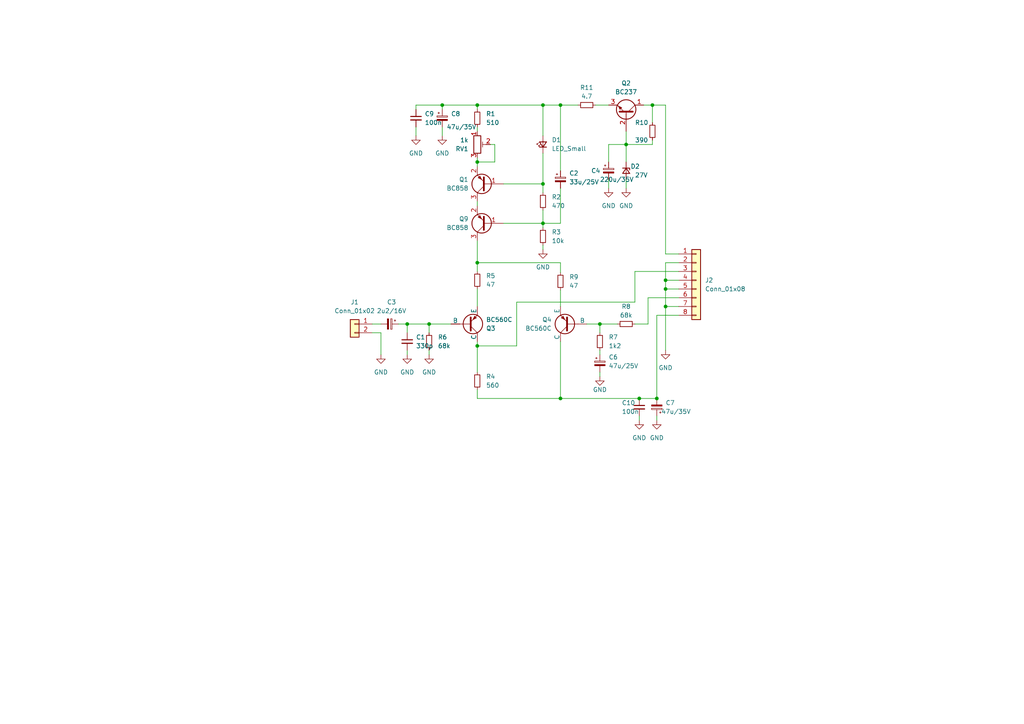
<source format=kicad_sch>
(kicad_sch (version 20230121) (generator eeschema)

  (uuid 6f31cc36-deaf-4ad7-836a-0db420f7cbcc)

  (paper "A4")

  (lib_symbols
    (symbol "Connector_Generic:Conn_01x02" (pin_names (offset 1.016) hide) (in_bom yes) (on_board yes)
      (property "Reference" "J" (at 0 2.54 0)
        (effects (font (size 1.27 1.27)))
      )
      (property "Value" "Conn_01x02" (at 0 -5.08 0)
        (effects (font (size 1.27 1.27)))
      )
      (property "Footprint" "" (at 0 0 0)
        (effects (font (size 1.27 1.27)) hide)
      )
      (property "Datasheet" "~" (at 0 0 0)
        (effects (font (size 1.27 1.27)) hide)
      )
      (property "ki_keywords" "connector" (at 0 0 0)
        (effects (font (size 1.27 1.27)) hide)
      )
      (property "ki_description" "Generic connector, single row, 01x02, script generated (kicad-library-utils/schlib/autogen/connector/)" (at 0 0 0)
        (effects (font (size 1.27 1.27)) hide)
      )
      (property "ki_fp_filters" "Connector*:*_1x??_*" (at 0 0 0)
        (effects (font (size 1.27 1.27)) hide)
      )
      (symbol "Conn_01x02_1_1"
        (rectangle (start -1.27 -2.413) (end 0 -2.667)
          (stroke (width 0.1524) (type default))
          (fill (type none))
        )
        (rectangle (start -1.27 0.127) (end 0 -0.127)
          (stroke (width 0.1524) (type default))
          (fill (type none))
        )
        (rectangle (start -1.27 1.27) (end 1.27 -3.81)
          (stroke (width 0.254) (type default))
          (fill (type background))
        )
        (pin passive line (at -5.08 0 0) (length 3.81)
          (name "Pin_1" (effects (font (size 1.27 1.27))))
          (number "1" (effects (font (size 1.27 1.27))))
        )
        (pin passive line (at -5.08 -2.54 0) (length 3.81)
          (name "Pin_2" (effects (font (size 1.27 1.27))))
          (number "2" (effects (font (size 1.27 1.27))))
        )
      )
    )
    (symbol "Connector_Generic:Conn_01x08" (pin_names (offset 1.016) hide) (in_bom yes) (on_board yes)
      (property "Reference" "J" (at 0 10.16 0)
        (effects (font (size 1.27 1.27)))
      )
      (property "Value" "Conn_01x08" (at 0 -12.7 0)
        (effects (font (size 1.27 1.27)))
      )
      (property "Footprint" "" (at 0 0 0)
        (effects (font (size 1.27 1.27)) hide)
      )
      (property "Datasheet" "~" (at 0 0 0)
        (effects (font (size 1.27 1.27)) hide)
      )
      (property "ki_keywords" "connector" (at 0 0 0)
        (effects (font (size 1.27 1.27)) hide)
      )
      (property "ki_description" "Generic connector, single row, 01x08, script generated (kicad-library-utils/schlib/autogen/connector/)" (at 0 0 0)
        (effects (font (size 1.27 1.27)) hide)
      )
      (property "ki_fp_filters" "Connector*:*_1x??_*" (at 0 0 0)
        (effects (font (size 1.27 1.27)) hide)
      )
      (symbol "Conn_01x08_1_1"
        (rectangle (start -1.27 -10.033) (end 0 -10.287)
          (stroke (width 0.1524) (type default))
          (fill (type none))
        )
        (rectangle (start -1.27 -7.493) (end 0 -7.747)
          (stroke (width 0.1524) (type default))
          (fill (type none))
        )
        (rectangle (start -1.27 -4.953) (end 0 -5.207)
          (stroke (width 0.1524) (type default))
          (fill (type none))
        )
        (rectangle (start -1.27 -2.413) (end 0 -2.667)
          (stroke (width 0.1524) (type default))
          (fill (type none))
        )
        (rectangle (start -1.27 0.127) (end 0 -0.127)
          (stroke (width 0.1524) (type default))
          (fill (type none))
        )
        (rectangle (start -1.27 2.667) (end 0 2.413)
          (stroke (width 0.1524) (type default))
          (fill (type none))
        )
        (rectangle (start -1.27 5.207) (end 0 4.953)
          (stroke (width 0.1524) (type default))
          (fill (type none))
        )
        (rectangle (start -1.27 7.747) (end 0 7.493)
          (stroke (width 0.1524) (type default))
          (fill (type none))
        )
        (rectangle (start -1.27 8.89) (end 1.27 -11.43)
          (stroke (width 0.254) (type default))
          (fill (type background))
        )
        (pin passive line (at -5.08 7.62 0) (length 3.81)
          (name "Pin_1" (effects (font (size 1.27 1.27))))
          (number "1" (effects (font (size 1.27 1.27))))
        )
        (pin passive line (at -5.08 5.08 0) (length 3.81)
          (name "Pin_2" (effects (font (size 1.27 1.27))))
          (number "2" (effects (font (size 1.27 1.27))))
        )
        (pin passive line (at -5.08 2.54 0) (length 3.81)
          (name "Pin_3" (effects (font (size 1.27 1.27))))
          (number "3" (effects (font (size 1.27 1.27))))
        )
        (pin passive line (at -5.08 0 0) (length 3.81)
          (name "Pin_4" (effects (font (size 1.27 1.27))))
          (number "4" (effects (font (size 1.27 1.27))))
        )
        (pin passive line (at -5.08 -2.54 0) (length 3.81)
          (name "Pin_5" (effects (font (size 1.27 1.27))))
          (number "5" (effects (font (size 1.27 1.27))))
        )
        (pin passive line (at -5.08 -5.08 0) (length 3.81)
          (name "Pin_6" (effects (font (size 1.27 1.27))))
          (number "6" (effects (font (size 1.27 1.27))))
        )
        (pin passive line (at -5.08 -7.62 0) (length 3.81)
          (name "Pin_7" (effects (font (size 1.27 1.27))))
          (number "7" (effects (font (size 1.27 1.27))))
        )
        (pin passive line (at -5.08 -10.16 0) (length 3.81)
          (name "Pin_8" (effects (font (size 1.27 1.27))))
          (number "8" (effects (font (size 1.27 1.27))))
        )
      )
    )
    (symbol "Device:C_Polarized_Small" (pin_numbers hide) (pin_names (offset 0.254) hide) (in_bom yes) (on_board yes)
      (property "Reference" "C" (at 0.254 1.778 0)
        (effects (font (size 1.27 1.27)) (justify left))
      )
      (property "Value" "C_Polarized_Small" (at 0.254 -2.032 0)
        (effects (font (size 1.27 1.27)) (justify left))
      )
      (property "Footprint" "" (at 0 0 0)
        (effects (font (size 1.27 1.27)) hide)
      )
      (property "Datasheet" "~" (at 0 0 0)
        (effects (font (size 1.27 1.27)) hide)
      )
      (property "ki_keywords" "cap capacitor" (at 0 0 0)
        (effects (font (size 1.27 1.27)) hide)
      )
      (property "ki_description" "Polarized capacitor, small symbol" (at 0 0 0)
        (effects (font (size 1.27 1.27)) hide)
      )
      (property "ki_fp_filters" "CP_*" (at 0 0 0)
        (effects (font (size 1.27 1.27)) hide)
      )
      (symbol "C_Polarized_Small_0_1"
        (rectangle (start -1.524 -0.3048) (end 1.524 -0.6858)
          (stroke (width 0) (type default))
          (fill (type outline))
        )
        (rectangle (start -1.524 0.6858) (end 1.524 0.3048)
          (stroke (width 0) (type default))
          (fill (type none))
        )
        (polyline
          (pts
            (xy -1.27 1.524)
            (xy -0.762 1.524)
          )
          (stroke (width 0) (type default))
          (fill (type none))
        )
        (polyline
          (pts
            (xy -1.016 1.27)
            (xy -1.016 1.778)
          )
          (stroke (width 0) (type default))
          (fill (type none))
        )
      )
      (symbol "C_Polarized_Small_1_1"
        (pin passive line (at 0 2.54 270) (length 1.8542)
          (name "~" (effects (font (size 1.27 1.27))))
          (number "1" (effects (font (size 1.27 1.27))))
        )
        (pin passive line (at 0 -2.54 90) (length 1.8542)
          (name "~" (effects (font (size 1.27 1.27))))
          (number "2" (effects (font (size 1.27 1.27))))
        )
      )
    )
    (symbol "Device:C_Small" (pin_numbers hide) (pin_names (offset 0.254) hide) (in_bom yes) (on_board yes)
      (property "Reference" "C" (at 0.254 1.778 0)
        (effects (font (size 1.27 1.27)) (justify left))
      )
      (property "Value" "C_Small" (at 0.254 -2.032 0)
        (effects (font (size 1.27 1.27)) (justify left))
      )
      (property "Footprint" "" (at 0 0 0)
        (effects (font (size 1.27 1.27)) hide)
      )
      (property "Datasheet" "~" (at 0 0 0)
        (effects (font (size 1.27 1.27)) hide)
      )
      (property "ki_keywords" "capacitor cap" (at 0 0 0)
        (effects (font (size 1.27 1.27)) hide)
      )
      (property "ki_description" "Unpolarized capacitor, small symbol" (at 0 0 0)
        (effects (font (size 1.27 1.27)) hide)
      )
      (property "ki_fp_filters" "C_*" (at 0 0 0)
        (effects (font (size 1.27 1.27)) hide)
      )
      (symbol "C_Small_0_1"
        (polyline
          (pts
            (xy -1.524 -0.508)
            (xy 1.524 -0.508)
          )
          (stroke (width 0.3302) (type default))
          (fill (type none))
        )
        (polyline
          (pts
            (xy -1.524 0.508)
            (xy 1.524 0.508)
          )
          (stroke (width 0.3048) (type default))
          (fill (type none))
        )
      )
      (symbol "C_Small_1_1"
        (pin passive line (at 0 2.54 270) (length 2.032)
          (name "~" (effects (font (size 1.27 1.27))))
          (number "1" (effects (font (size 1.27 1.27))))
        )
        (pin passive line (at 0 -2.54 90) (length 2.032)
          (name "~" (effects (font (size 1.27 1.27))))
          (number "2" (effects (font (size 1.27 1.27))))
        )
      )
    )
    (symbol "Device:D_Zener_Small" (pin_numbers hide) (pin_names (offset 0.254) hide) (in_bom yes) (on_board yes)
      (property "Reference" "D" (at 0 2.286 0)
        (effects (font (size 1.27 1.27)))
      )
      (property "Value" "D_Zener_Small" (at 0 -2.286 0)
        (effects (font (size 1.27 1.27)))
      )
      (property "Footprint" "" (at 0 0 90)
        (effects (font (size 1.27 1.27)) hide)
      )
      (property "Datasheet" "~" (at 0 0 90)
        (effects (font (size 1.27 1.27)) hide)
      )
      (property "ki_keywords" "diode" (at 0 0 0)
        (effects (font (size 1.27 1.27)) hide)
      )
      (property "ki_description" "Zener diode, small symbol" (at 0 0 0)
        (effects (font (size 1.27 1.27)) hide)
      )
      (property "ki_fp_filters" "TO-???* *_Diode_* *SingleDiode* D_*" (at 0 0 0)
        (effects (font (size 1.27 1.27)) hide)
      )
      (symbol "D_Zener_Small_0_1"
        (polyline
          (pts
            (xy 0.762 0)
            (xy -0.762 0)
          )
          (stroke (width 0) (type default))
          (fill (type none))
        )
        (polyline
          (pts
            (xy -0.254 1.016)
            (xy -0.762 1.016)
            (xy -0.762 -1.016)
          )
          (stroke (width 0.254) (type default))
          (fill (type none))
        )
        (polyline
          (pts
            (xy 0.762 1.016)
            (xy -0.762 0)
            (xy 0.762 -1.016)
            (xy 0.762 1.016)
          )
          (stroke (width 0.254) (type default))
          (fill (type none))
        )
      )
      (symbol "D_Zener_Small_1_1"
        (pin passive line (at -2.54 0 0) (length 1.778)
          (name "K" (effects (font (size 1.27 1.27))))
          (number "1" (effects (font (size 1.27 1.27))))
        )
        (pin passive line (at 2.54 0 180) (length 1.778)
          (name "A" (effects (font (size 1.27 1.27))))
          (number "2" (effects (font (size 1.27 1.27))))
        )
      )
    )
    (symbol "Device:LED_Small" (pin_numbers hide) (pin_names (offset 0.254) hide) (in_bom yes) (on_board yes)
      (property "Reference" "D" (at -1.27 3.175 0)
        (effects (font (size 1.27 1.27)) (justify left))
      )
      (property "Value" "LED_Small" (at -4.445 -2.54 0)
        (effects (font (size 1.27 1.27)) (justify left))
      )
      (property "Footprint" "" (at 0 0 90)
        (effects (font (size 1.27 1.27)) hide)
      )
      (property "Datasheet" "~" (at 0 0 90)
        (effects (font (size 1.27 1.27)) hide)
      )
      (property "ki_keywords" "LED diode light-emitting-diode" (at 0 0 0)
        (effects (font (size 1.27 1.27)) hide)
      )
      (property "ki_description" "Light emitting diode, small symbol" (at 0 0 0)
        (effects (font (size 1.27 1.27)) hide)
      )
      (property "ki_fp_filters" "LED* LED_SMD:* LED_THT:*" (at 0 0 0)
        (effects (font (size 1.27 1.27)) hide)
      )
      (symbol "LED_Small_0_1"
        (polyline
          (pts
            (xy -0.762 -1.016)
            (xy -0.762 1.016)
          )
          (stroke (width 0.254) (type default))
          (fill (type none))
        )
        (polyline
          (pts
            (xy 1.016 0)
            (xy -0.762 0)
          )
          (stroke (width 0) (type default))
          (fill (type none))
        )
        (polyline
          (pts
            (xy 0.762 -1.016)
            (xy -0.762 0)
            (xy 0.762 1.016)
            (xy 0.762 -1.016)
          )
          (stroke (width 0.254) (type default))
          (fill (type none))
        )
        (polyline
          (pts
            (xy 0 0.762)
            (xy -0.508 1.27)
            (xy -0.254 1.27)
            (xy -0.508 1.27)
            (xy -0.508 1.016)
          )
          (stroke (width 0) (type default))
          (fill (type none))
        )
        (polyline
          (pts
            (xy 0.508 1.27)
            (xy 0 1.778)
            (xy 0.254 1.778)
            (xy 0 1.778)
            (xy 0 1.524)
          )
          (stroke (width 0) (type default))
          (fill (type none))
        )
      )
      (symbol "LED_Small_1_1"
        (pin passive line (at -2.54 0 0) (length 1.778)
          (name "K" (effects (font (size 1.27 1.27))))
          (number "1" (effects (font (size 1.27 1.27))))
        )
        (pin passive line (at 2.54 0 180) (length 1.778)
          (name "A" (effects (font (size 1.27 1.27))))
          (number "2" (effects (font (size 1.27 1.27))))
        )
      )
    )
    (symbol "Device:R_Potentiometer_Trim" (pin_names (offset 1.016) hide) (in_bom yes) (on_board yes)
      (property "Reference" "RV" (at -4.445 0 90)
        (effects (font (size 1.27 1.27)))
      )
      (property "Value" "R_Potentiometer_Trim" (at -2.54 0 90)
        (effects (font (size 1.27 1.27)))
      )
      (property "Footprint" "" (at 0 0 0)
        (effects (font (size 1.27 1.27)) hide)
      )
      (property "Datasheet" "~" (at 0 0 0)
        (effects (font (size 1.27 1.27)) hide)
      )
      (property "ki_keywords" "resistor variable trimpot trimmer" (at 0 0 0)
        (effects (font (size 1.27 1.27)) hide)
      )
      (property "ki_description" "Trim-potentiometer" (at 0 0 0)
        (effects (font (size 1.27 1.27)) hide)
      )
      (property "ki_fp_filters" "Potentiometer*" (at 0 0 0)
        (effects (font (size 1.27 1.27)) hide)
      )
      (symbol "R_Potentiometer_Trim_0_1"
        (polyline
          (pts
            (xy 1.524 0.762)
            (xy 1.524 -0.762)
          )
          (stroke (width 0) (type default))
          (fill (type none))
        )
        (polyline
          (pts
            (xy 2.54 0)
            (xy 1.524 0)
          )
          (stroke (width 0) (type default))
          (fill (type none))
        )
        (rectangle (start 1.016 2.54) (end -1.016 -2.54)
          (stroke (width 0.254) (type default))
          (fill (type none))
        )
      )
      (symbol "R_Potentiometer_Trim_1_1"
        (pin passive line (at 0 3.81 270) (length 1.27)
          (name "1" (effects (font (size 1.27 1.27))))
          (number "1" (effects (font (size 1.27 1.27))))
        )
        (pin passive line (at 3.81 0 180) (length 1.27)
          (name "2" (effects (font (size 1.27 1.27))))
          (number "2" (effects (font (size 1.27 1.27))))
        )
        (pin passive line (at 0 -3.81 90) (length 1.27)
          (name "3" (effects (font (size 1.27 1.27))))
          (number "3" (effects (font (size 1.27 1.27))))
        )
      )
    )
    (symbol "Device:R_Small" (pin_numbers hide) (pin_names (offset 0.254) hide) (in_bom yes) (on_board yes)
      (property "Reference" "R" (at 0.762 0.508 0)
        (effects (font (size 1.27 1.27)) (justify left))
      )
      (property "Value" "R_Small" (at 0.762 -1.016 0)
        (effects (font (size 1.27 1.27)) (justify left))
      )
      (property "Footprint" "" (at 0 0 0)
        (effects (font (size 1.27 1.27)) hide)
      )
      (property "Datasheet" "~" (at 0 0 0)
        (effects (font (size 1.27 1.27)) hide)
      )
      (property "ki_keywords" "R resistor" (at 0 0 0)
        (effects (font (size 1.27 1.27)) hide)
      )
      (property "ki_description" "Resistor, small symbol" (at 0 0 0)
        (effects (font (size 1.27 1.27)) hide)
      )
      (property "ki_fp_filters" "R_*" (at 0 0 0)
        (effects (font (size 1.27 1.27)) hide)
      )
      (symbol "R_Small_0_1"
        (rectangle (start -0.762 1.778) (end 0.762 -1.778)
          (stroke (width 0.2032) (type default))
          (fill (type none))
        )
      )
      (symbol "R_Small_1_1"
        (pin passive line (at 0 2.54 270) (length 0.762)
          (name "~" (effects (font (size 1.27 1.27))))
          (number "1" (effects (font (size 1.27 1.27))))
        )
        (pin passive line (at 0 -2.54 90) (length 0.762)
          (name "~" (effects (font (size 1.27 1.27))))
          (number "2" (effects (font (size 1.27 1.27))))
        )
      )
    )
    (symbol "Simulation_SPICE:PNP" (pin_numbers hide) (pin_names (offset 0)) (in_bom yes) (on_board yes)
      (property "Reference" "Q" (at -2.54 7.62 0)
        (effects (font (size 1.27 1.27)))
      )
      (property "Value" "PNP" (at -2.54 5.08 0)
        (effects (font (size 1.27 1.27)))
      )
      (property "Footprint" "" (at 35.56 0 0)
        (effects (font (size 1.27 1.27)) hide)
      )
      (property "Datasheet" "~" (at 35.56 0 0)
        (effects (font (size 1.27 1.27)) hide)
      )
      (property "Sim.Device" "PNP" (at 0 0 0)
        (effects (font (size 1.27 1.27)) hide)
      )
      (property "Sim.Type" "GUMMELPOON" (at 0 0 0)
        (effects (font (size 1.27 1.27)) hide)
      )
      (property "Sim.Pins" "1=C 2=B 3=E" (at 0 0 0)
        (effects (font (size 1.27 1.27)) hide)
      )
      (property "ki_keywords" "simulation" (at 0 0 0)
        (effects (font (size 1.27 1.27)) hide)
      )
      (property "ki_description" "Bipolar transistor symbol for simulation only, substrate tied to the emitter" (at 0 0 0)
        (effects (font (size 1.27 1.27)) hide)
      )
      (symbol "PNP_0_1"
        (polyline
          (pts
            (xy -2.54 0)
            (xy 0.635 0)
          )
          (stroke (width 0.1524) (type default))
          (fill (type none))
        )
        (polyline
          (pts
            (xy 0.635 0.635)
            (xy 2.54 2.54)
          )
          (stroke (width 0) (type default))
          (fill (type none))
        )
        (polyline
          (pts
            (xy 0.635 -0.635)
            (xy 2.54 -2.54)
            (xy 2.54 -2.54)
          )
          (stroke (width 0) (type default))
          (fill (type none))
        )
        (polyline
          (pts
            (xy 0.635 1.905)
            (xy 0.635 -1.905)
            (xy 0.635 -1.905)
          )
          (stroke (width 0.508) (type default))
          (fill (type none))
        )
        (polyline
          (pts
            (xy 2.286 -1.778)
            (xy 1.778 -2.286)
            (xy 1.27 -1.27)
            (xy 2.286 -1.778)
            (xy 2.286 -1.778)
          )
          (stroke (width 0) (type default))
          (fill (type outline))
        )
        (circle (center 1.27 0) (radius 2.8194)
          (stroke (width 0.254) (type default))
          (fill (type none))
        )
      )
      (symbol "PNP_1_1"
        (pin open_collector line (at 2.54 5.08 270) (length 2.54)
          (name "C" (effects (font (size 1.27 1.27))))
          (number "1" (effects (font (size 1.27 1.27))))
        )
        (pin input line (at -5.08 0 0) (length 2.54)
          (name "B" (effects (font (size 1.27 1.27))))
          (number "2" (effects (font (size 1.27 1.27))))
        )
        (pin open_emitter line (at 2.54 -5.08 90) (length 2.54)
          (name "E" (effects (font (size 1.27 1.27))))
          (number "3" (effects (font (size 1.27 1.27))))
        )
      )
    )
    (symbol "Transistor_BJT:BC237" (pin_names (offset 0) hide) (in_bom yes) (on_board yes)
      (property "Reference" "Q" (at 5.08 1.905 0)
        (effects (font (size 1.27 1.27)) (justify left))
      )
      (property "Value" "BC237" (at 5.08 0 0)
        (effects (font (size 1.27 1.27)) (justify left))
      )
      (property "Footprint" "Package_TO_SOT_THT:TO-92_Inline" (at 5.08 -1.905 0)
        (effects (font (size 1.27 1.27) italic) (justify left) hide)
      )
      (property "Datasheet" "http://www.onsemi.com/pub_link/Collateral/BC237-D.PDF" (at 0 0 0)
        (effects (font (size 1.27 1.27)) (justify left) hide)
      )
      (property "ki_keywords" "Epitaxial Silicon NPN Transistor" (at 0 0 0)
        (effects (font (size 1.27 1.27)) hide)
      )
      (property "ki_description" "100mA Ic, 50V Vce, Epitaxial Silicon NPN Transistor, TO-92" (at 0 0 0)
        (effects (font (size 1.27 1.27)) hide)
      )
      (property "ki_fp_filters" "TO?92*" (at 0 0 0)
        (effects (font (size 1.27 1.27)) hide)
      )
      (symbol "BC237_0_1"
        (polyline
          (pts
            (xy 0 0)
            (xy 0.635 0)
          )
          (stroke (width 0) (type default))
          (fill (type none))
        )
        (polyline
          (pts
            (xy 0.635 0.635)
            (xy 2.54 2.54)
          )
          (stroke (width 0) (type default))
          (fill (type none))
        )
        (polyline
          (pts
            (xy 0.635 -0.635)
            (xy 2.54 -2.54)
            (xy 2.54 -2.54)
          )
          (stroke (width 0) (type default))
          (fill (type none))
        )
        (polyline
          (pts
            (xy 0.635 1.905)
            (xy 0.635 -1.905)
            (xy 0.635 -1.905)
          )
          (stroke (width 0.508) (type default))
          (fill (type none))
        )
        (polyline
          (pts
            (xy 1.27 -1.778)
            (xy 1.778 -1.27)
            (xy 2.286 -2.286)
            (xy 1.27 -1.778)
            (xy 1.27 -1.778)
          )
          (stroke (width 0) (type default))
          (fill (type outline))
        )
        (circle (center 1.27 0) (radius 2.8194)
          (stroke (width 0.254) (type default))
          (fill (type none))
        )
      )
      (symbol "BC237_1_1"
        (pin passive line (at 2.54 5.08 270) (length 2.54)
          (name "C" (effects (font (size 1.27 1.27))))
          (number "1" (effects (font (size 1.27 1.27))))
        )
        (pin input line (at -5.08 0 0) (length 5.08)
          (name "B" (effects (font (size 1.27 1.27))))
          (number "2" (effects (font (size 1.27 1.27))))
        )
        (pin passive line (at 2.54 -5.08 90) (length 2.54)
          (name "E" (effects (font (size 1.27 1.27))))
          (number "3" (effects (font (size 1.27 1.27))))
        )
      )
    )
    (symbol "Transistor_BJT:BC858" (pin_names (offset 0) hide) (in_bom yes) (on_board yes)
      (property "Reference" "Q" (at 5.08 1.905 0)
        (effects (font (size 1.27 1.27)) (justify left))
      )
      (property "Value" "BC858" (at 5.08 0 0)
        (effects (font (size 1.27 1.27)) (justify left))
      )
      (property "Footprint" "Package_TO_SOT_SMD:SOT-23" (at 5.08 -1.905 0)
        (effects (font (size 1.27 1.27) italic) (justify left) hide)
      )
      (property "Datasheet" "https://www.onsemi.com/pub/Collateral/BC860-D.pdf" (at 0 0 0)
        (effects (font (size 1.27 1.27)) (justify left) hide)
      )
      (property "ki_keywords" "PNP transistor" (at 0 0 0)
        (effects (font (size 1.27 1.27)) hide)
      )
      (property "ki_description" "0.1A Ic, 30V Vce, PNP Transistor, SOT-23" (at 0 0 0)
        (effects (font (size 1.27 1.27)) hide)
      )
      (property "ki_fp_filters" "SOT?23*" (at 0 0 0)
        (effects (font (size 1.27 1.27)) hide)
      )
      (symbol "BC858_0_1"
        (polyline
          (pts
            (xy 0.635 0.635)
            (xy 2.54 2.54)
          )
          (stroke (width 0) (type default))
          (fill (type none))
        )
        (polyline
          (pts
            (xy 0.635 -0.635)
            (xy 2.54 -2.54)
            (xy 2.54 -2.54)
          )
          (stroke (width 0) (type default))
          (fill (type none))
        )
        (polyline
          (pts
            (xy 0.635 1.905)
            (xy 0.635 -1.905)
            (xy 0.635 -1.905)
          )
          (stroke (width 0.508) (type default))
          (fill (type none))
        )
        (polyline
          (pts
            (xy 2.286 -1.778)
            (xy 1.778 -2.286)
            (xy 1.27 -1.27)
            (xy 2.286 -1.778)
            (xy 2.286 -1.778)
          )
          (stroke (width 0) (type default))
          (fill (type outline))
        )
        (circle (center 1.27 0) (radius 2.8194)
          (stroke (width 0.254) (type default))
          (fill (type none))
        )
      )
      (symbol "BC858_1_1"
        (pin input line (at -5.08 0 0) (length 5.715)
          (name "B" (effects (font (size 1.27 1.27))))
          (number "1" (effects (font (size 1.27 1.27))))
        )
        (pin passive line (at 2.54 -5.08 90) (length 2.54)
          (name "E" (effects (font (size 1.27 1.27))))
          (number "2" (effects (font (size 1.27 1.27))))
        )
        (pin passive line (at 2.54 5.08 270) (length 2.54)
          (name "C" (effects (font (size 1.27 1.27))))
          (number "3" (effects (font (size 1.27 1.27))))
        )
      )
    )
    (symbol "power:GND" (power) (pin_names (offset 0)) (in_bom yes) (on_board yes)
      (property "Reference" "#PWR" (at 0 -6.35 0)
        (effects (font (size 1.27 1.27)) hide)
      )
      (property "Value" "GND" (at 0 -3.81 0)
        (effects (font (size 1.27 1.27)))
      )
      (property "Footprint" "" (at 0 0 0)
        (effects (font (size 1.27 1.27)) hide)
      )
      (property "Datasheet" "" (at 0 0 0)
        (effects (font (size 1.27 1.27)) hide)
      )
      (property "ki_keywords" "global power" (at 0 0 0)
        (effects (font (size 1.27 1.27)) hide)
      )
      (property "ki_description" "Power symbol creates a global label with name \"GND\" , ground" (at 0 0 0)
        (effects (font (size 1.27 1.27)) hide)
      )
      (symbol "GND_0_1"
        (polyline
          (pts
            (xy 0 0)
            (xy 0 -1.27)
            (xy 1.27 -1.27)
            (xy 0 -2.54)
            (xy -1.27 -1.27)
            (xy 0 -1.27)
          )
          (stroke (width 0) (type default))
          (fill (type none))
        )
      )
      (symbol "GND_1_1"
        (pin power_in line (at 0 0 270) (length 0) hide
          (name "GND" (effects (font (size 1.27 1.27))))
          (number "1" (effects (font (size 1.27 1.27))))
        )
      )
    )
  )

  (junction (at 157.48 30.48) (diameter 0) (color 0 0 0 0)
    (uuid 035e0583-8d49-463c-8906-cf7542a91e03)
  )
  (junction (at 157.48 53.34) (diameter 0) (color 0 0 0 0)
    (uuid 201fd4d1-152e-4e4b-a6bd-7c1b8805a4f6)
  )
  (junction (at 193.04 81.28) (diameter 0) (color 0 0 0 0)
    (uuid 25bf7b73-2449-4e6d-b0e8-aad47a0c9153)
  )
  (junction (at 138.43 46.99) (diameter 0) (color 0 0 0 0)
    (uuid 2ee75b19-938e-46d6-9cb0-4eaa45970703)
  )
  (junction (at 124.46 93.98) (diameter 0) (color 0 0 0 0)
    (uuid 3adaf331-6a38-41ae-a6d3-d54cf726e8c6)
  )
  (junction (at 157.48 64.77) (diameter 0) (color 0 0 0 0)
    (uuid 4d4f5cd1-4e4a-4558-b81e-d889df738ee8)
  )
  (junction (at 193.04 83.82) (diameter 0) (color 0 0 0 0)
    (uuid 5920e284-233a-4cbc-8b9a-5a4da2b83745)
  )
  (junction (at 193.04 88.9) (diameter 0) (color 0 0 0 0)
    (uuid 62a104cc-4bf9-444d-b0be-3647a0ede373)
  )
  (junction (at 138.43 76.2) (diameter 0) (color 0 0 0 0)
    (uuid 6e0f483d-579e-4816-9d67-8e9d6ecef828)
  )
  (junction (at 185.42 115.57) (diameter 0) (color 0 0 0 0)
    (uuid 7e62530b-0220-4145-920b-20a390691c9d)
  )
  (junction (at 128.27 30.48) (diameter 0) (color 0 0 0 0)
    (uuid 830d9109-6490-4651-9f8e-ade372cdaca2)
  )
  (junction (at 138.43 100.33) (diameter 0) (color 0 0 0 0)
    (uuid 8d5356e7-1007-4695-b91c-334e245f5180)
  )
  (junction (at 181.61 41.91) (diameter 0) (color 0 0 0 0)
    (uuid 97a819fe-55a6-4970-9a61-dfe323060fe2)
  )
  (junction (at 162.56 115.57) (diameter 0) (color 0 0 0 0)
    (uuid b31bef8f-75fb-4c21-a561-5fbe8eb85af8)
  )
  (junction (at 189.23 30.48) (diameter 0) (color 0 0 0 0)
    (uuid c3aa6881-a46e-45dd-b3a5-44b159e39414)
  )
  (junction (at 138.43 30.48) (diameter 0) (color 0 0 0 0)
    (uuid cf16daed-5bf2-497d-bb38-5f88b5c79f70)
  )
  (junction (at 173.99 93.98) (diameter 0) (color 0 0 0 0)
    (uuid dd30597a-8a74-498c-b679-0cf6687bf3de)
  )
  (junction (at 190.5 115.57) (diameter 0) (color 0 0 0 0)
    (uuid de6551f0-3dd9-4819-b2f9-81c4b7aacaec)
  )
  (junction (at 162.56 30.48) (diameter 0) (color 0 0 0 0)
    (uuid dffe7864-bd7d-4b7f-9bcd-ab2f3ac0df62)
  )
  (junction (at 118.11 93.98) (diameter 0) (color 0 0 0 0)
    (uuid fe1e7117-fae2-479d-913b-17d8692ac1f3)
  )

  (wire (pts (xy 120.65 30.48) (xy 120.65 31.75))
    (stroke (width 0) (type default))
    (uuid 019f3f08-8dd7-4629-9718-a20216be57ca)
  )
  (wire (pts (xy 138.43 58.42) (xy 138.43 59.69))
    (stroke (width 0) (type default))
    (uuid 055c60d1-1942-4e4e-b622-f2c8e159af4b)
  )
  (wire (pts (xy 173.99 107.95) (xy 173.99 109.22))
    (stroke (width 0) (type default))
    (uuid 079ffdcd-c60b-46a2-acd0-94a582d19071)
  )
  (wire (pts (xy 157.48 53.34) (xy 157.48 55.88))
    (stroke (width 0) (type default))
    (uuid 09393eaf-e799-433b-a346-758168a4fce6)
  )
  (wire (pts (xy 107.95 96.52) (xy 110.49 96.52))
    (stroke (width 0) (type default))
    (uuid 09cf0f0f-fbf7-474f-bf8e-f4234e3390b5)
  )
  (wire (pts (xy 128.27 31.75) (xy 128.27 30.48))
    (stroke (width 0) (type default))
    (uuid 0eb7b2c7-cbdb-4b1f-a6e2-be7546062b06)
  )
  (wire (pts (xy 193.04 81.28) (xy 196.85 81.28))
    (stroke (width 0) (type default))
    (uuid 1d22b485-05c5-4303-a8d3-009bdd1d8566)
  )
  (wire (pts (xy 196.85 73.66) (xy 193.04 73.66))
    (stroke (width 0) (type default))
    (uuid 21d1451a-fb0c-457e-afe1-24c046415f5f)
  )
  (wire (pts (xy 157.48 60.96) (xy 157.48 64.77))
    (stroke (width 0) (type default))
    (uuid 24c4a3fb-0906-4970-80c6-8c98be5c1783)
  )
  (wire (pts (xy 176.53 52.07) (xy 176.53 54.61))
    (stroke (width 0) (type default))
    (uuid 27b7e29e-f93d-4ef1-8ab7-f1f8a2ee8eb0)
  )
  (wire (pts (xy 142.24 41.91) (xy 143.51 41.91))
    (stroke (width 0) (type default))
    (uuid 2c27819f-11a3-4038-ac3c-ab01a0815299)
  )
  (wire (pts (xy 149.86 87.63) (xy 184.15 87.63))
    (stroke (width 0) (type default))
    (uuid 2cf1b0ab-148c-483d-a53d-705e7c45604e)
  )
  (wire (pts (xy 110.49 102.87) (xy 110.49 96.52))
    (stroke (width 0) (type default))
    (uuid 2dec40a2-beef-4790-bafa-0a9459f2902a)
  )
  (wire (pts (xy 196.85 76.2) (xy 193.04 76.2))
    (stroke (width 0) (type default))
    (uuid 318d4dea-d409-4b4d-9698-b38e0716ad5f)
  )
  (wire (pts (xy 124.46 93.98) (xy 130.81 93.98))
    (stroke (width 0) (type default))
    (uuid 329b4884-b5ee-4530-8bb8-9e99ac2c7533)
  )
  (wire (pts (xy 162.56 115.57) (xy 185.42 115.57))
    (stroke (width 0) (type default))
    (uuid 32a8afc9-feb3-472f-8e19-bcc1b154d1ca)
  )
  (wire (pts (xy 193.04 83.82) (xy 193.04 88.9))
    (stroke (width 0) (type default))
    (uuid 34ea1c23-0734-490f-aa8f-c46c75de9d94)
  )
  (wire (pts (xy 138.43 30.48) (xy 157.48 30.48))
    (stroke (width 0) (type default))
    (uuid 35d0b748-5153-49af-bfdb-f51ad7229613)
  )
  (wire (pts (xy 138.43 69.85) (xy 138.43 76.2))
    (stroke (width 0) (type default))
    (uuid 3ac6a86c-929c-4c08-accb-f03d867cf713)
  )
  (wire (pts (xy 157.48 71.12) (xy 157.48 72.39))
    (stroke (width 0) (type default))
    (uuid 3adfe751-07c8-4276-90dc-01871a7b7e9d)
  )
  (wire (pts (xy 172.72 30.48) (xy 176.53 30.48))
    (stroke (width 0) (type default))
    (uuid 3c90d084-eb2c-43b3-bbca-edc5e69e3658)
  )
  (wire (pts (xy 186.69 30.48) (xy 189.23 30.48))
    (stroke (width 0) (type default))
    (uuid 442d6cd8-2c4b-41e2-a0b4-f6cd3d715c8b)
  )
  (wire (pts (xy 118.11 93.98) (xy 124.46 93.98))
    (stroke (width 0) (type default))
    (uuid 44a5103e-0868-4263-8a0c-92c3bc946768)
  )
  (wire (pts (xy 193.04 88.9) (xy 193.04 101.6))
    (stroke (width 0) (type default))
    (uuid 45267256-35cb-4722-a55f-ffa9168f7e7b)
  )
  (wire (pts (xy 170.18 93.98) (xy 173.99 93.98))
    (stroke (width 0) (type default))
    (uuid 464b266f-0f8b-4908-9b0d-f89578ca08f7)
  )
  (wire (pts (xy 193.04 76.2) (xy 193.04 81.28))
    (stroke (width 0) (type default))
    (uuid 466481b0-ccbf-4739-9311-b857d3c3f21f)
  )
  (wire (pts (xy 124.46 101.6) (xy 124.46 102.87))
    (stroke (width 0) (type default))
    (uuid 47bc0733-6418-4882-94e6-734ae181439d)
  )
  (wire (pts (xy 185.42 115.57) (xy 190.5 115.57))
    (stroke (width 0) (type default))
    (uuid 47cd3b41-af38-471e-92a2-21cf29f9604c)
  )
  (wire (pts (xy 138.43 36.83) (xy 138.43 38.1))
    (stroke (width 0) (type default))
    (uuid 4ae8f094-3a56-42af-9c44-c97631eb4b02)
  )
  (wire (pts (xy 181.61 41.91) (xy 181.61 46.99))
    (stroke (width 0) (type default))
    (uuid 4b02f839-aceb-485d-8fdf-9be260ad36f8)
  )
  (wire (pts (xy 162.56 49.53) (xy 162.56 30.48))
    (stroke (width 0) (type default))
    (uuid 4c3801df-60da-42cd-b3b7-ce65a12b6fff)
  )
  (wire (pts (xy 146.05 53.34) (xy 157.48 53.34))
    (stroke (width 0) (type default))
    (uuid 4f7e29be-40c4-46a0-9626-90a394667acb)
  )
  (wire (pts (xy 184.15 78.74) (xy 196.85 78.74))
    (stroke (width 0) (type default))
    (uuid 584e6e47-91c0-4e0f-b544-1aad1311aa88)
  )
  (wire (pts (xy 181.61 52.07) (xy 181.61 54.61))
    (stroke (width 0) (type default))
    (uuid 5a0fd9d7-a116-4eea-b39f-d75792ecaf26)
  )
  (wire (pts (xy 138.43 76.2) (xy 162.56 76.2))
    (stroke (width 0) (type default))
    (uuid 5c8f77b2-5888-41dd-a773-2ff579ee51dd)
  )
  (wire (pts (xy 189.23 30.48) (xy 189.23 35.56))
    (stroke (width 0) (type default))
    (uuid 5d1b4540-88f9-4d78-9ead-54dee7902a37)
  )
  (wire (pts (xy 184.15 87.63) (xy 184.15 78.74))
    (stroke (width 0) (type default))
    (uuid 5de733fc-ff08-4bc3-99f4-698e962a4cea)
  )
  (wire (pts (xy 118.11 93.98) (xy 118.11 96.52))
    (stroke (width 0) (type default))
    (uuid 60fee66d-3cc2-4fc8-826d-c46b950dbd3e)
  )
  (wire (pts (xy 118.11 101.6) (xy 118.11 102.87))
    (stroke (width 0) (type default))
    (uuid 619fa879-325b-4767-8ce5-427245cebdef)
  )
  (wire (pts (xy 138.43 46.99) (xy 143.51 46.99))
    (stroke (width 0) (type default))
    (uuid 638c1df4-0bae-473a-8634-b450705e8fa5)
  )
  (wire (pts (xy 173.99 93.98) (xy 173.99 96.52))
    (stroke (width 0) (type default))
    (uuid 66569f9e-3237-4fb0-ad47-684f660ac9dc)
  )
  (wire (pts (xy 176.53 41.91) (xy 176.53 46.99))
    (stroke (width 0) (type default))
    (uuid 6d7d62ad-33ca-4d19-9039-78c1bc985e55)
  )
  (wire (pts (xy 162.56 88.9) (xy 162.56 84.1429))
    (stroke (width 0) (type default))
    (uuid 6f6e64a3-f392-4803-b925-335dcacf93fb)
  )
  (wire (pts (xy 162.56 99.06) (xy 162.56 115.57))
    (stroke (width 0) (type default))
    (uuid 721d2b12-0580-49df-98dc-ebb61c98a4bc)
  )
  (wire (pts (xy 181.61 38.1) (xy 181.61 41.91))
    (stroke (width 0) (type default))
    (uuid 72d2c9d6-9dc4-4c1b-9d8e-4225c0269d22)
  )
  (wire (pts (xy 193.04 81.28) (xy 193.04 83.82))
    (stroke (width 0) (type default))
    (uuid 7897100c-09e7-40d3-8e7c-abf14746c4ab)
  )
  (wire (pts (xy 146.05 64.77) (xy 157.48 64.77))
    (stroke (width 0) (type default))
    (uuid 7fb7b6f1-d3d9-4b46-b308-f0634cf06f45)
  )
  (wire (pts (xy 185.42 121.92) (xy 185.42 120.65))
    (stroke (width 0) (type default))
    (uuid 80d88848-41df-446e-8083-403c4c1c83ae)
  )
  (wire (pts (xy 138.43 115.57) (xy 162.56 115.57))
    (stroke (width 0) (type default))
    (uuid 812395cd-b40d-4fa3-9720-2d62ec51c792)
  )
  (wire (pts (xy 196.85 91.44) (xy 190.5 91.44))
    (stroke (width 0) (type default))
    (uuid 8250d9fc-304f-4e8a-aa73-7cca60ba0eb1)
  )
  (wire (pts (xy 187.96 86.36) (xy 187.96 93.98))
    (stroke (width 0) (type default))
    (uuid 826b8b8f-b758-428b-98ae-777069b2be35)
  )
  (wire (pts (xy 187.96 86.36) (xy 196.85 86.36))
    (stroke (width 0) (type default))
    (uuid 85173134-a0e4-42ac-8138-61e76d3a7143)
  )
  (wire (pts (xy 138.43 45.72) (xy 138.43 46.99))
    (stroke (width 0) (type default))
    (uuid 858b6c57-fb3b-457d-832c-62d18a8d4735)
  )
  (wire (pts (xy 176.53 41.91) (xy 181.61 41.91))
    (stroke (width 0) (type default))
    (uuid 8b050591-3377-46d7-ab2d-53ccca4b3043)
  )
  (wire (pts (xy 190.5 121.92) (xy 190.5 120.65))
    (stroke (width 0) (type default))
    (uuid 904067d2-8d39-42ea-8245-72b702dedfa3)
  )
  (wire (pts (xy 162.56 79.0629) (xy 162.56 76.2))
    (stroke (width 0) (type default))
    (uuid 95f9d459-d277-48b6-a355-3c129adfa338)
  )
  (wire (pts (xy 115.57 93.98) (xy 118.11 93.98))
    (stroke (width 0) (type default))
    (uuid 9aa188d0-67d4-47ea-8f77-0aaba0d9a8cd)
  )
  (wire (pts (xy 157.48 44.45) (xy 157.48 53.34))
    (stroke (width 0) (type default))
    (uuid 9f20bdb9-4952-4300-9171-cb770511d77f)
  )
  (wire (pts (xy 157.48 30.48) (xy 162.56 30.48))
    (stroke (width 0) (type default))
    (uuid a2ba1737-0add-4348-bfca-89f642ae5476)
  )
  (wire (pts (xy 157.48 30.48) (xy 157.48 39.37))
    (stroke (width 0) (type default))
    (uuid a594b6a4-4dec-4585-b28e-b1ab297c79ea)
  )
  (wire (pts (xy 138.43 76.2) (xy 138.43 78.74))
    (stroke (width 0) (type default))
    (uuid a6e2e111-47a7-423c-9b45-54dcbdeff9ed)
  )
  (wire (pts (xy 189.23 40.64) (xy 189.23 41.91))
    (stroke (width 0) (type default))
    (uuid b1b0d3b2-1178-4d54-aa0f-64f39ceb0e3e)
  )
  (wire (pts (xy 173.99 93.98) (xy 179.07 93.98))
    (stroke (width 0) (type default))
    (uuid b1df555a-8242-4940-a3f4-b0df1ddf2076)
  )
  (wire (pts (xy 128.27 30.48) (xy 138.43 30.48))
    (stroke (width 0) (type default))
    (uuid b36f2111-6169-44f9-a182-4701f51d3b74)
  )
  (wire (pts (xy 190.5 91.44) (xy 190.5 115.57))
    (stroke (width 0) (type default))
    (uuid bccae72f-3ef9-4229-b876-d008a651a292)
  )
  (wire (pts (xy 107.95 93.98) (xy 110.49 93.98))
    (stroke (width 0) (type default))
    (uuid be2afb69-f62e-4412-a067-e57986d3a360)
  )
  (wire (pts (xy 128.27 36.83) (xy 128.27 39.37))
    (stroke (width 0) (type default))
    (uuid c06a1984-086e-4072-9e9b-4cb93c16600a)
  )
  (wire (pts (xy 138.43 113.03) (xy 138.43 115.57))
    (stroke (width 0) (type default))
    (uuid c098d6cb-87d8-43b5-b9f5-caf05442a854)
  )
  (wire (pts (xy 189.23 30.48) (xy 193.04 30.48))
    (stroke (width 0) (type default))
    (uuid c3da451b-e9e1-4685-a231-3c2c450e9ead)
  )
  (wire (pts (xy 193.04 88.9) (xy 196.85 88.9))
    (stroke (width 0) (type default))
    (uuid c41bebb2-5173-4137-a6ef-c8c0de4faecb)
  )
  (wire (pts (xy 138.43 100.33) (xy 149.86 100.33))
    (stroke (width 0) (type default))
    (uuid c813e0cc-23bf-4104-b00b-76ed13c70067)
  )
  (wire (pts (xy 157.48 64.77) (xy 162.56 64.77))
    (stroke (width 0) (type default))
    (uuid cbc3f4fa-1d62-4863-a71e-209c653d7dc8)
  )
  (wire (pts (xy 143.51 41.91) (xy 143.51 46.99))
    (stroke (width 0) (type default))
    (uuid cc3bb5b2-d52f-4ad5-a3b9-1fd86e42beb3)
  )
  (wire (pts (xy 173.99 101.6) (xy 173.99 102.87))
    (stroke (width 0) (type default))
    (uuid cf2668a4-7ff7-43c5-8acd-5328b6ac64e0)
  )
  (wire (pts (xy 120.65 30.48) (xy 128.27 30.48))
    (stroke (width 0) (type default))
    (uuid d4df8ada-b766-4496-86dc-0fc5945534b6)
  )
  (wire (pts (xy 184.15 93.98) (xy 187.96 93.98))
    (stroke (width 0) (type default))
    (uuid e276becb-9c25-42a2-9b41-7ed5d260ac26)
  )
  (wire (pts (xy 149.86 87.63) (xy 149.86 100.33))
    (stroke (width 0) (type default))
    (uuid e40557fd-da43-40d2-9976-198eb5a6bcb0)
  )
  (wire (pts (xy 138.43 46.99) (xy 138.43 48.26))
    (stroke (width 0) (type default))
    (uuid e4b40b43-af57-4623-8c3f-adce9660a7ff)
  )
  (wire (pts (xy 193.04 73.66) (xy 193.04 30.48))
    (stroke (width 0) (type default))
    (uuid e5a1f5ef-41b5-4554-9890-b6d3cd4c94e0)
  )
  (wire (pts (xy 181.61 41.91) (xy 189.23 41.91))
    (stroke (width 0) (type default))
    (uuid e7d0e85e-d89e-48c7-8995-ddfa27fc4459)
  )
  (wire (pts (xy 138.43 99.06) (xy 138.43 100.33))
    (stroke (width 0) (type default))
    (uuid eae30f0d-1749-429a-9eaf-85dfa2a71953)
  )
  (wire (pts (xy 138.43 31.75) (xy 138.43 30.48))
    (stroke (width 0) (type default))
    (uuid eb31a734-0d10-482a-8a06-f6d509560b12)
  )
  (wire (pts (xy 193.04 83.82) (xy 196.85 83.82))
    (stroke (width 0) (type default))
    (uuid ecadb6a8-1b27-47d5-9c3e-6b08107fd7e9)
  )
  (wire (pts (xy 120.65 36.83) (xy 120.65 39.37))
    (stroke (width 0) (type default))
    (uuid f12f53c7-7b29-4151-a0e8-20623ae33120)
  )
  (wire (pts (xy 138.43 83.82) (xy 138.43 88.9))
    (stroke (width 0) (type default))
    (uuid f38acef0-0b72-404e-8d2e-b0f8c38b7646)
  )
  (wire (pts (xy 162.56 30.48) (xy 167.64 30.48))
    (stroke (width 0) (type default))
    (uuid f7807169-2dfc-4a9b-8715-fff6dc14b062)
  )
  (wire (pts (xy 162.56 54.61) (xy 162.56 64.77))
    (stroke (width 0) (type default))
    (uuid fa112acc-e726-4974-988f-145854113a03)
  )
  (wire (pts (xy 157.48 64.77) (xy 157.48 66.04))
    (stroke (width 0) (type default))
    (uuid fa70ab47-1401-4459-93b4-54a5e595444f)
  )
  (wire (pts (xy 124.46 93.98) (xy 124.46 96.52))
    (stroke (width 0) (type default))
    (uuid fd105a17-18f3-45b8-91ba-fd7bad988b04)
  )
  (wire (pts (xy 138.43 100.33) (xy 138.43 107.95))
    (stroke (width 0) (type default))
    (uuid ffb019c4-fda6-4d2c-a86a-fa3e5c0a4fa7)
  )

  (symbol (lib_id "Device:C_Small") (at 120.65 34.29 0) (unit 1)
    (in_bom yes) (on_board yes) (dnp no) (fields_autoplaced)
    (uuid 03f126a8-237d-445f-a285-df92f58e264d)
    (property "Reference" "C9" (at 123.19 33.0263 0)
      (effects (font (size 1.27 1.27)) (justify left))
    )
    (property "Value" "100n" (at 123.19 35.5663 0)
      (effects (font (size 1.27 1.27)) (justify left))
    )
    (property "Footprint" "Capacitor_SMD:C_0805_2012Metric_Pad1.18x1.45mm_HandSolder" (at 120.65 34.29 0)
      (effects (font (size 1.27 1.27)) hide)
    )
    (property "Datasheet" "~" (at 120.65 34.29 0)
      (effects (font (size 1.27 1.27)) hide)
    )
    (pin "1" (uuid 0b14ed9b-10d4-4566-8bdf-258106618f25))
    (pin "2" (uuid 08f1159e-2b39-4ae2-b390-37649afcb0ac))
    (instances
      (project "Wzmacniacz różnicowy do PW3015 ver.2"
        (path "/6f31cc36-deaf-4ad7-836a-0db420f7cbcc"
          (reference "C9") (unit 1)
        )
      )
    )
  )

  (symbol (lib_id "power:GND") (at 120.65 39.37 0) (unit 1)
    (in_bom yes) (on_board yes) (dnp no) (fields_autoplaced)
    (uuid 10352871-be4f-46e8-b8c7-c4024238df34)
    (property "Reference" "#PWR02" (at 120.65 45.72 0)
      (effects (font (size 1.27 1.27)) hide)
    )
    (property "Value" "GND" (at 120.65 44.45 0)
      (effects (font (size 1.27 1.27)))
    )
    (property "Footprint" "" (at 120.65 39.37 0)
      (effects (font (size 1.27 1.27)) hide)
    )
    (property "Datasheet" "" (at 120.65 39.37 0)
      (effects (font (size 1.27 1.27)) hide)
    )
    (pin "1" (uuid b2fc8f01-fd14-4523-897f-cf50dbeb6bde))
    (instances
      (project "Wzmacniacz różnicowy do PW3015 ver.2"
        (path "/6f31cc36-deaf-4ad7-836a-0db420f7cbcc"
          (reference "#PWR02") (unit 1)
        )
      )
    )
  )

  (symbol (lib_id "Device:C_Polarized_Small") (at 162.56 52.07 0) (unit 1)
    (in_bom yes) (on_board yes) (dnp no) (fields_autoplaced)
    (uuid 12b0130f-62ea-478b-be8c-07319a16b671)
    (property "Reference" "C2" (at 165.1 50.2539 0)
      (effects (font (size 1.27 1.27)) (justify left))
    )
    (property "Value" "33u/25V" (at 165.1 52.7939 0)
      (effects (font (size 1.27 1.27)) (justify left))
    )
    (property "Footprint" "Capacitor_THT:CP_Radial_Tantal_D5.5mm_P5.00mm" (at 162.56 52.07 0)
      (effects (font (size 1.27 1.27)) hide)
    )
    (property "Datasheet" "~" (at 162.56 52.07 0)
      (effects (font (size 1.27 1.27)) hide)
    )
    (pin "1" (uuid ec636e35-835b-42d5-8a8b-147d1069f8c4))
    (pin "2" (uuid 3536a36e-aaeb-441a-b6d7-e4927a1ca763))
    (instances
      (project "Wzmacniacz różnicowy do PW3015 ver.2"
        (path "/6f31cc36-deaf-4ad7-836a-0db420f7cbcc"
          (reference "C2") (unit 1)
        )
      )
    )
  )

  (symbol (lib_id "Device:R_Small") (at 157.48 68.58 0) (unit 1)
    (in_bom yes) (on_board yes) (dnp no) (fields_autoplaced)
    (uuid 171def0e-1e24-463f-bf8b-d6148a24e27e)
    (property "Reference" "R3" (at 160.02 67.31 0)
      (effects (font (size 1.27 1.27)) (justify left))
    )
    (property "Value" "10k" (at 160.02 69.85 0)
      (effects (font (size 1.27 1.27)) (justify left))
    )
    (property "Footprint" "Resistor_SMD:R_1206_3216Metric_Pad1.30x1.75mm_HandSolder" (at 157.48 68.58 0)
      (effects (font (size 1.27 1.27)) hide)
    )
    (property "Datasheet" "~" (at 157.48 68.58 0)
      (effects (font (size 1.27 1.27)) hide)
    )
    (pin "1" (uuid 86d938a4-c62b-4d7c-afb0-e2635e8bd630))
    (pin "2" (uuid 27c7f5d1-e0b9-422d-a006-0e78e46327d4))
    (instances
      (project "Wzmacniacz różnicowy do PW3015 ver.2"
        (path "/6f31cc36-deaf-4ad7-836a-0db420f7cbcc"
          (reference "R3") (unit 1)
        )
      )
    )
  )

  (symbol (lib_id "power:GND") (at 157.48 72.39 0) (unit 1)
    (in_bom yes) (on_board yes) (dnp no) (fields_autoplaced)
    (uuid 1db018b1-ab0d-4962-ad15-459c90a35850)
    (property "Reference" "#PWR01" (at 157.48 78.74 0)
      (effects (font (size 1.27 1.27)) hide)
    )
    (property "Value" "GND" (at 157.48 77.47 0)
      (effects (font (size 1.27 1.27)))
    )
    (property "Footprint" "" (at 157.48 72.39 0)
      (effects (font (size 1.27 1.27)) hide)
    )
    (property "Datasheet" "" (at 157.48 72.39 0)
      (effects (font (size 1.27 1.27)) hide)
    )
    (pin "1" (uuid ee02ec63-24e5-4408-be7e-37c5244801cf))
    (instances
      (project "Wzmacniacz różnicowy do PW3015 ver.2"
        (path "/6f31cc36-deaf-4ad7-836a-0db420f7cbcc"
          (reference "#PWR01") (unit 1)
        )
      )
    )
  )

  (symbol (lib_id "Transistor_BJT:BC858") (at 140.97 53.34 180) (unit 1)
    (in_bom yes) (on_board yes) (dnp no) (fields_autoplaced)
    (uuid 1dccff56-c64e-45cc-8d09-1415a1a57aba)
    (property "Reference" "Q1" (at 135.89 52.07 0)
      (effects (font (size 1.27 1.27)) (justify left))
    )
    (property "Value" "BC858" (at 135.89 54.61 0)
      (effects (font (size 1.27 1.27)) (justify left))
    )
    (property "Footprint" "Package_TO_SOT_SMD:SOT-23" (at 135.89 51.435 0)
      (effects (font (size 1.27 1.27) italic) (justify left) hide)
    )
    (property "Datasheet" "https://www.onsemi.com/pub/Collateral/BC860-D.pdf" (at 140.97 53.34 0)
      (effects (font (size 1.27 1.27)) (justify left) hide)
    )
    (pin "1" (uuid f045ba64-d155-484d-accc-5e6522745a53))
    (pin "2" (uuid 81fddac1-57b6-455d-adeb-ee195988f720))
    (pin "3" (uuid db638b51-ca62-4855-b9d3-5c90296ca73d))
    (instances
      (project "Wzmacniacz różnicowy do PW3015 ver.2"
        (path "/6f31cc36-deaf-4ad7-836a-0db420f7cbcc"
          (reference "Q1") (unit 1)
        )
      )
    )
  )

  (symbol (lib_id "power:GND") (at 124.46 102.87 0) (unit 1)
    (in_bom yes) (on_board yes) (dnp no) (fields_autoplaced)
    (uuid 2142b209-b42e-48d1-bae1-e983cde2153f)
    (property "Reference" "#PWR05" (at 124.46 109.22 0)
      (effects (font (size 1.27 1.27)) hide)
    )
    (property "Value" "GND" (at 124.46 107.95 0)
      (effects (font (size 1.27 1.27)))
    )
    (property "Footprint" "" (at 124.46 102.87 0)
      (effects (font (size 1.27 1.27)) hide)
    )
    (property "Datasheet" "" (at 124.46 102.87 0)
      (effects (font (size 1.27 1.27)) hide)
    )
    (pin "1" (uuid b20140c4-5c74-439d-99c4-47f1f7ce3f0a))
    (instances
      (project "Wzmacniacz różnicowy do PW3015 ver.2"
        (path "/6f31cc36-deaf-4ad7-836a-0db420f7cbcc"
          (reference "#PWR05") (unit 1)
        )
      )
    )
  )

  (symbol (lib_id "power:GND") (at 181.61 54.61 0) (unit 1)
    (in_bom yes) (on_board yes) (dnp no) (fields_autoplaced)
    (uuid 270d65e7-5895-48a0-a716-294972a0d47a)
    (property "Reference" "#PWR012" (at 181.61 60.96 0)
      (effects (font (size 1.27 1.27)) hide)
    )
    (property "Value" "GND" (at 181.61 59.69 0)
      (effects (font (size 1.27 1.27)))
    )
    (property "Footprint" "" (at 181.61 54.61 0)
      (effects (font (size 1.27 1.27)) hide)
    )
    (property "Datasheet" "" (at 181.61 54.61 0)
      (effects (font (size 1.27 1.27)) hide)
    )
    (pin "1" (uuid 51c1ec98-008d-4ee1-b3f6-bf62b999006c))
    (instances
      (project "Wzmacniacz różnicowy do PW3015 ver.2"
        (path "/6f31cc36-deaf-4ad7-836a-0db420f7cbcc"
          (reference "#PWR012") (unit 1)
        )
      )
    )
  )

  (symbol (lib_id "Device:C_Polarized_Small") (at 190.5 118.11 180) (unit 1)
    (in_bom yes) (on_board yes) (dnp no)
    (uuid 274b0d69-0e89-477e-a004-b5ebd7aaf83c)
    (property "Reference" "C7" (at 193.04 116.84 0)
      (effects (font (size 1.27 1.27)) (justify right))
    )
    (property "Value" "47u/35V" (at 191.77 119.38 0)
      (effects (font (size 1.27 1.27)) (justify right))
    )
    (property "Footprint" "Capacitor_THT:CP_Radial_Tantal_D7.0mm_P5.00mm" (at 190.5 118.11 0)
      (effects (font (size 1.27 1.27)) hide)
    )
    (property "Datasheet" "~" (at 190.5 118.11 0)
      (effects (font (size 1.27 1.27)) hide)
    )
    (pin "1" (uuid 97e57753-7039-4261-ac49-7debfca60831))
    (pin "2" (uuid 7085aea1-2983-4cce-8ba8-1f4856c34552))
    (instances
      (project "Wzmacniacz różnicowy do PW3015 ver.2"
        (path "/6f31cc36-deaf-4ad7-836a-0db420f7cbcc"
          (reference "C7") (unit 1)
        )
      )
    )
  )

  (symbol (lib_id "Device:R_Small") (at 138.43 81.28 0) (unit 1)
    (in_bom yes) (on_board yes) (dnp no) (fields_autoplaced)
    (uuid 2d28da88-a20e-439a-92ae-ed78479d16de)
    (property "Reference" "R5" (at 140.97 80.01 0)
      (effects (font (size 1.27 1.27)) (justify left))
    )
    (property "Value" "47" (at 140.97 82.55 0)
      (effects (font (size 1.27 1.27)) (justify left))
    )
    (property "Footprint" "Resistor_SMD:R_1206_3216Metric_Pad1.30x1.75mm_HandSolder" (at 138.43 81.28 0)
      (effects (font (size 1.27 1.27)) hide)
    )
    (property "Datasheet" "~" (at 138.43 81.28 0)
      (effects (font (size 1.27 1.27)) hide)
    )
    (pin "1" (uuid 0d19e3b1-c93a-43eb-918e-e83eb6d919e0))
    (pin "2" (uuid d04f95e9-11aa-40ba-bc7c-b897cfe4f923))
    (instances
      (project "Wzmacniacz różnicowy do PW3015 ver.2"
        (path "/6f31cc36-deaf-4ad7-836a-0db420f7cbcc"
          (reference "R5") (unit 1)
        )
      )
    )
  )

  (symbol (lib_id "Transistor_BJT:BC858") (at 140.97 64.77 180) (unit 1)
    (in_bom yes) (on_board yes) (dnp no) (fields_autoplaced)
    (uuid 3159b934-1475-407e-aa7d-8b746f803e3b)
    (property "Reference" "Q9" (at 135.89 63.5 0)
      (effects (font (size 1.27 1.27)) (justify left))
    )
    (property "Value" "BC858" (at 135.89 66.04 0)
      (effects (font (size 1.27 1.27)) (justify left))
    )
    (property "Footprint" "Package_TO_SOT_SMD:SOT-23" (at 135.89 62.865 0)
      (effects (font (size 1.27 1.27) italic) (justify left) hide)
    )
    (property "Datasheet" "https://www.onsemi.com/pub/Collateral/BC860-D.pdf" (at 140.97 64.77 0)
      (effects (font (size 1.27 1.27)) (justify left) hide)
    )
    (pin "1" (uuid fd7911a0-caec-420a-b442-deae0af700c7))
    (pin "2" (uuid 84d6a5b2-e657-41b6-8472-a7c7c29c0e86))
    (pin "3" (uuid c84379e6-016e-4528-a180-a113e55816b9))
    (instances
      (project "Wzmacniacz różnicowy do PW3015 ver.2"
        (path "/6f31cc36-deaf-4ad7-836a-0db420f7cbcc"
          (reference "Q9") (unit 1)
        )
      )
    )
  )

  (symbol (lib_id "power:GND") (at 190.5 121.92 0) (unit 1)
    (in_bom yes) (on_board yes) (dnp no) (fields_autoplaced)
    (uuid 346614c9-f78d-4aaf-a91c-79edbc2644c8)
    (property "Reference" "#PWR07" (at 190.5 128.27 0)
      (effects (font (size 1.27 1.27)) hide)
    )
    (property "Value" "GND" (at 190.5 127 0)
      (effects (font (size 1.27 1.27)))
    )
    (property "Footprint" "" (at 190.5 121.92 0)
      (effects (font (size 1.27 1.27)) hide)
    )
    (property "Datasheet" "" (at 190.5 121.92 0)
      (effects (font (size 1.27 1.27)) hide)
    )
    (pin "1" (uuid 7bbf3eb3-b1d3-4fa5-b1f4-e27f18f2c5e0))
    (instances
      (project "Wzmacniacz różnicowy do PW3015 ver.2"
        (path "/6f31cc36-deaf-4ad7-836a-0db420f7cbcc"
          (reference "#PWR07") (unit 1)
        )
      )
    )
  )

  (symbol (lib_id "Device:R_Potentiometer_Trim") (at 138.43 41.91 0) (unit 1)
    (in_bom yes) (on_board yes) (dnp no)
    (uuid 36133c4e-30d8-41aa-be24-cf595bc67d1a)
    (property "Reference" "RV1" (at 135.89 43.18 0)
      (effects (font (size 1.27 1.27)) (justify right))
    )
    (property "Value" "1k" (at 135.89 40.64 0)
      (effects (font (size 1.27 1.27)) (justify right))
    )
    (property "Footprint" "Potentiometer_THT:Potentiometer_Bourns_3296X_Horizontal" (at 138.43 41.91 0)
      (effects (font (size 1.27 1.27)) hide)
    )
    (property "Datasheet" "~" (at 138.43 41.91 0)
      (effects (font (size 1.27 1.27)) hide)
    )
    (pin "1" (uuid d4b4281e-e590-4a6c-90af-ac5135079fbc))
    (pin "2" (uuid fb8a13fd-d6f1-49b9-a0e7-3fa9ef0513e3))
    (pin "3" (uuid 8caf1ae0-5c31-4756-aff9-ed69f327f636))
    (instances
      (project "Wzmacniacz różnicowy do PW3015 ver.2"
        (path "/6f31cc36-deaf-4ad7-836a-0db420f7cbcc"
          (reference "RV1") (unit 1)
        )
      )
    )
  )

  (symbol (lib_id "Device:D_Zener_Small") (at 181.61 49.53 270) (unit 1)
    (in_bom yes) (on_board yes) (dnp no)
    (uuid 3e395820-1ff7-4994-8769-2944f3dfae5d)
    (property "Reference" "D2" (at 182.88 48.26 90)
      (effects (font (size 1.27 1.27)) (justify left))
    )
    (property "Value" "27V" (at 184.15 50.8 90)
      (effects (font (size 1.27 1.27)) (justify left))
    )
    (property "Footprint" "Diode_THT:D_DO-34_SOD68_P7.62mm_Horizontal" (at 181.61 49.53 90)
      (effects (font (size 1.27 1.27)) hide)
    )
    (property "Datasheet" "~" (at 181.61 49.53 90)
      (effects (font (size 1.27 1.27)) hide)
    )
    (pin "1" (uuid 8954aa3c-5b8c-4473-8e9c-642c3f63112e))
    (pin "2" (uuid 9d4b09b4-8eb9-4a67-b862-b97a80925782))
    (instances
      (project "Wzmacniacz różnicowy do PW3015 ver.2"
        (path "/6f31cc36-deaf-4ad7-836a-0db420f7cbcc"
          (reference "D2") (unit 1)
        )
      )
    )
  )

  (symbol (lib_id "Device:LED_Small") (at 157.48 41.91 90) (unit 1)
    (in_bom yes) (on_board yes) (dnp no) (fields_autoplaced)
    (uuid 4485d9ef-d167-477b-b34d-e15d9e87174e)
    (property "Reference" "D1" (at 160.02 40.5765 90)
      (effects (font (size 1.27 1.27)) (justify right))
    )
    (property "Value" "LED_Small" (at 160.02 43.1165 90)
      (effects (font (size 1.27 1.27)) (justify right))
    )
    (property "Footprint" "LED_THT:LED_D5.0mm" (at 157.48 41.91 90)
      (effects (font (size 1.27 1.27)) hide)
    )
    (property "Datasheet" "~" (at 157.48 41.91 90)
      (effects (font (size 1.27 1.27)) hide)
    )
    (pin "1" (uuid 230ed3a4-4030-4a68-b118-e5cda14c66ed))
    (pin "2" (uuid 16125058-dbcb-4fba-9615-e39aabecf741))
    (instances
      (project "Wzmacniacz różnicowy do PW3015 ver.2"
        (path "/6f31cc36-deaf-4ad7-836a-0db420f7cbcc"
          (reference "D1") (unit 1)
        )
      )
    )
  )

  (symbol (lib_id "Device:R_Small") (at 173.99 99.06 0) (unit 1)
    (in_bom yes) (on_board yes) (dnp no) (fields_autoplaced)
    (uuid 4a19e710-5a5b-4935-8920-38f0e12f9cf2)
    (property "Reference" "R7" (at 176.53 97.79 0)
      (effects (font (size 1.27 1.27)) (justify left))
    )
    (property "Value" "1k2" (at 176.53 100.33 0)
      (effects (font (size 1.27 1.27)) (justify left))
    )
    (property "Footprint" "Resistor_SMD:R_1206_3216Metric_Pad1.30x1.75mm_HandSolder" (at 173.99 99.06 0)
      (effects (font (size 1.27 1.27)) hide)
    )
    (property "Datasheet" "~" (at 173.99 99.06 0)
      (effects (font (size 1.27 1.27)) hide)
    )
    (pin "1" (uuid 349f8a23-ea67-43fa-83c8-078b28e80d15))
    (pin "2" (uuid 3f9eb19d-1c1c-468e-804e-8b464889183b))
    (instances
      (project "Wzmacniacz różnicowy do PW3015 ver.2"
        (path "/6f31cc36-deaf-4ad7-836a-0db420f7cbcc"
          (reference "R7") (unit 1)
        )
      )
    )
  )

  (symbol (lib_id "Connector_Generic:Conn_01x08") (at 201.93 81.28 0) (unit 1)
    (in_bom yes) (on_board yes) (dnp no) (fields_autoplaced)
    (uuid 51b44400-84de-453d-a686-23cdff6b294f)
    (property "Reference" "J2" (at 204.47 81.28 0)
      (effects (font (size 1.27 1.27)) (justify left))
    )
    (property "Value" "Conn_01x08" (at 204.47 83.82 0)
      (effects (font (size 1.27 1.27)) (justify left))
    )
    (property "Footprint" "Connector_PinHeader_2.54mm:PinHeader_1x08_P2.54mm_Horizontal" (at 201.93 81.28 0)
      (effects (font (size 1.27 1.27)) hide)
    )
    (property "Datasheet" "~" (at 201.93 81.28 0)
      (effects (font (size 1.27 1.27)) hide)
    )
    (pin "1" (uuid 3efe74d2-3b7d-4de2-808a-900aa76dd912))
    (pin "2" (uuid eb1109b7-dc61-469b-baba-a8332dffc19e))
    (pin "3" (uuid 63fc7502-45ca-41b9-acd4-8caa82af5e06))
    (pin "4" (uuid cb5447a7-374a-46fa-88df-a6af07fddc33))
    (pin "5" (uuid 0da4f425-2fc0-4446-974e-55a2066433a6))
    (pin "6" (uuid 2ef73c84-12b5-4c6b-988b-787d5c7ccdde))
    (pin "7" (uuid 600a2044-abb3-41e1-ae79-ee6b0c3091ce))
    (pin "8" (uuid 2751c1ad-d9e3-4f2e-9609-7e4e79bba130))
    (instances
      (project "Wzmacniacz różnicowy do PW3015 ver.2"
        (path "/6f31cc36-deaf-4ad7-836a-0db420f7cbcc"
          (reference "J2") (unit 1)
        )
      )
    )
  )

  (symbol (lib_id "Device:R_Small") (at 170.18 30.48 90) (unit 1)
    (in_bom yes) (on_board yes) (dnp no) (fields_autoplaced)
    (uuid 563dea00-90f3-45a6-86eb-3218b857990a)
    (property "Reference" "R11" (at 170.18 25.4 90)
      (effects (font (size 1.27 1.27)))
    )
    (property "Value" "4.7" (at 170.18 27.94 90)
      (effects (font (size 1.27 1.27)))
    )
    (property "Footprint" "Resistor_SMD:R_1206_3216Metric_Pad1.30x1.75mm_HandSolder" (at 170.18 30.48 0)
      (effects (font (size 1.27 1.27)) hide)
    )
    (property "Datasheet" "~" (at 170.18 30.48 0)
      (effects (font (size 1.27 1.27)) hide)
    )
    (pin "1" (uuid 62410b16-c246-46ae-a5d2-ebdb05da4e6f))
    (pin "2" (uuid 4bc8ad00-b954-4d79-a257-bd7636d421a5))
    (instances
      (project "Wzmacniacz różnicowy do PW3015 ver.2"
        (path "/6f31cc36-deaf-4ad7-836a-0db420f7cbcc"
          (reference "R11") (unit 1)
        )
      )
    )
  )

  (symbol (lib_id "Device:R_Small") (at 138.43 110.49 0) (unit 1)
    (in_bom yes) (on_board yes) (dnp no) (fields_autoplaced)
    (uuid 621767ec-ef5c-4da5-b603-2fc3fbc392c8)
    (property "Reference" "R4" (at 140.97 109.22 0)
      (effects (font (size 1.27 1.27)) (justify left))
    )
    (property "Value" "560" (at 140.97 111.76 0)
      (effects (font (size 1.27 1.27)) (justify left))
    )
    (property "Footprint" "Resistor_SMD:R_1206_3216Metric_Pad1.30x1.75mm_HandSolder" (at 138.43 110.49 0)
      (effects (font (size 1.27 1.27)) hide)
    )
    (property "Datasheet" "~" (at 138.43 110.49 0)
      (effects (font (size 1.27 1.27)) hide)
    )
    (pin "1" (uuid 52131e52-9490-4554-bd61-cf8e08275750))
    (pin "2" (uuid c6001c6f-9464-4a35-b457-ce30e5ab46bf))
    (instances
      (project "Wzmacniacz różnicowy do PW3015 ver.2"
        (path "/6f31cc36-deaf-4ad7-836a-0db420f7cbcc"
          (reference "R4") (unit 1)
        )
      )
    )
  )

  (symbol (lib_id "Device:R_Small") (at 138.43 34.29 0) (unit 1)
    (in_bom yes) (on_board yes) (dnp no) (fields_autoplaced)
    (uuid 6413ff7e-41e0-44fd-8f1b-d98d359d1fcc)
    (property "Reference" "R1" (at 140.97 33.02 0)
      (effects (font (size 1.27 1.27)) (justify left))
    )
    (property "Value" "510" (at 140.97 35.56 0)
      (effects (font (size 1.27 1.27)) (justify left))
    )
    (property "Footprint" "Resistor_SMD:R_1206_3216Metric_Pad1.30x1.75mm_HandSolder" (at 138.43 34.29 0)
      (effects (font (size 1.27 1.27)) hide)
    )
    (property "Datasheet" "~" (at 138.43 34.29 0)
      (effects (font (size 1.27 1.27)) hide)
    )
    (pin "1" (uuid a3ba0a0b-1374-46fb-bb9c-ec4a03bf6828))
    (pin "2" (uuid d8587a6a-6f0e-4a32-93e1-4d428d276923))
    (instances
      (project "Wzmacniacz różnicowy do PW3015 ver.2"
        (path "/6f31cc36-deaf-4ad7-836a-0db420f7cbcc"
          (reference "R1") (unit 1)
        )
      )
    )
  )

  (symbol (lib_id "Connector_Generic:Conn_01x02") (at 102.87 93.98 0) (mirror y) (unit 1)
    (in_bom yes) (on_board yes) (dnp no) (fields_autoplaced)
    (uuid 65ace6e5-d8de-452a-8e8a-6ca920af0425)
    (property "Reference" "J1" (at 102.87 87.63 0)
      (effects (font (size 1.27 1.27)))
    )
    (property "Value" "Conn_01x02" (at 102.87 90.17 0)
      (effects (font (size 1.27 1.27)))
    )
    (property "Footprint" "Connector_JST:JST_PH_B2B-PH-K_1x02_P2.00mm_Vertical" (at 102.87 93.98 0)
      (effects (font (size 1.27 1.27)) hide)
    )
    (property "Datasheet" "~" (at 102.87 93.98 0)
      (effects (font (size 1.27 1.27)) hide)
    )
    (pin "1" (uuid 96d48836-1a07-440d-8a29-27c0643d6ba6))
    (pin "2" (uuid 64587c68-559e-4058-9920-122f9b11a807))
    (instances
      (project "Wzmacniacz różnicowy do PW3015 ver.2"
        (path "/6f31cc36-deaf-4ad7-836a-0db420f7cbcc"
          (reference "J1") (unit 1)
        )
      )
    )
  )

  (symbol (lib_id "Device:C_Small") (at 185.42 118.11 0) (unit 1)
    (in_bom yes) (on_board yes) (dnp no)
    (uuid 7a79d2c4-57c3-420f-8e8c-19d88e7a059b)
    (property "Reference" "C10" (at 180.34 116.84 0)
      (effects (font (size 1.27 1.27)) (justify left))
    )
    (property "Value" "100n" (at 180.34 119.38 0)
      (effects (font (size 1.27 1.27)) (justify left))
    )
    (property "Footprint" "Capacitor_SMD:C_0805_2012Metric_Pad1.18x1.45mm_HandSolder" (at 185.42 118.11 0)
      (effects (font (size 1.27 1.27)) hide)
    )
    (property "Datasheet" "~" (at 185.42 118.11 0)
      (effects (font (size 1.27 1.27)) hide)
    )
    (pin "1" (uuid cea6679e-324b-41db-a944-b544c357ac26))
    (pin "2" (uuid 08684e64-cf63-4097-8e6b-8a4e79492770))
    (instances
      (project "Wzmacniacz różnicowy do PW3015 ver.2"
        (path "/6f31cc36-deaf-4ad7-836a-0db420f7cbcc"
          (reference "C10") (unit 1)
        )
      )
    )
  )

  (symbol (lib_id "Device:R_Small") (at 189.23 38.1 0) (unit 1)
    (in_bom yes) (on_board yes) (dnp no)
    (uuid 7e7c4830-05c9-471b-8087-6f69ffa00504)
    (property "Reference" "R10" (at 184.15 35.56 0)
      (effects (font (size 1.27 1.27)) (justify left))
    )
    (property "Value" "390" (at 184.15 40.64 0)
      (effects (font (size 1.27 1.27)) (justify left))
    )
    (property "Footprint" "Resistor_SMD:R_1206_3216Metric_Pad1.30x1.75mm_HandSolder" (at 189.23 38.1 0)
      (effects (font (size 1.27 1.27)) hide)
    )
    (property "Datasheet" "~" (at 189.23 38.1 0)
      (effects (font (size 1.27 1.27)) hide)
    )
    (pin "1" (uuid 041a652f-8241-4a3f-9b72-7881bd759919))
    (pin "2" (uuid b47b93f0-cc4b-45c0-acee-6c0673bf27f8))
    (instances
      (project "Wzmacniacz różnicowy do PW3015 ver.2"
        (path "/6f31cc36-deaf-4ad7-836a-0db420f7cbcc"
          (reference "R10") (unit 1)
        )
      )
    )
  )

  (symbol (lib_id "Device:R_Small") (at 181.61 93.98 90) (unit 1)
    (in_bom yes) (on_board yes) (dnp no) (fields_autoplaced)
    (uuid 8559bbc6-a44c-4251-9ffc-8db057f8d5de)
    (property "Reference" "R8" (at 181.61 88.9 90)
      (effects (font (size 1.27 1.27)))
    )
    (property "Value" "68k" (at 181.61 91.44 90)
      (effects (font (size 1.27 1.27)))
    )
    (property "Footprint" "Resistor_SMD:R_1206_3216Metric_Pad1.30x1.75mm_HandSolder" (at 181.61 93.98 0)
      (effects (font (size 1.27 1.27)) hide)
    )
    (property "Datasheet" "~" (at 181.61 93.98 0)
      (effects (font (size 1.27 1.27)) hide)
    )
    (pin "1" (uuid 7ce2ba0b-e4af-44a3-9066-9a239c8c5e89))
    (pin "2" (uuid e8ffc268-e918-4359-bdaf-329b15253893))
    (instances
      (project "Wzmacniacz różnicowy do PW3015 ver.2"
        (path "/6f31cc36-deaf-4ad7-836a-0db420f7cbcc"
          (reference "R8") (unit 1)
        )
      )
    )
  )

  (symbol (lib_id "Device:C_Polarized_Small") (at 176.53 49.53 0) (unit 1)
    (in_bom yes) (on_board yes) (dnp no)
    (uuid 8b9ec994-885b-480b-ae63-809c877268b0)
    (property "Reference" "C4" (at 171.45 49.53 0)
      (effects (font (size 1.27 1.27)) (justify left))
    )
    (property "Value" "220u/35V" (at 173.99 52.07 0)
      (effects (font (size 1.27 1.27)) (justify left))
    )
    (property "Footprint" "Capacitor_THT:CP_Radial_D10.0mm_P5.00mm" (at 176.53 49.53 0)
      (effects (font (size 1.27 1.27)) hide)
    )
    (property "Datasheet" "~" (at 176.53 49.53 0)
      (effects (font (size 1.27 1.27)) hide)
    )
    (pin "1" (uuid dd46299b-9554-489c-8001-c75e8ab63083))
    (pin "2" (uuid 4c50755b-8322-4338-8432-5f3461f79fa9))
    (instances
      (project "Wzmacniacz różnicowy do PW3015 ver.2"
        (path "/6f31cc36-deaf-4ad7-836a-0db420f7cbcc"
          (reference "C4") (unit 1)
        )
      )
    )
  )

  (symbol (lib_id "Device:C_Polarized_Small") (at 173.99 105.41 0) (unit 1)
    (in_bom yes) (on_board yes) (dnp no) (fields_autoplaced)
    (uuid 97ed87ae-c9d0-41de-bac2-5711ea1f70c5)
    (property "Reference" "C6" (at 176.53 103.5939 0)
      (effects (font (size 1.27 1.27)) (justify left))
    )
    (property "Value" "47u/25V" (at 176.53 106.1339 0)
      (effects (font (size 1.27 1.27)) (justify left))
    )
    (property "Footprint" "Capacitor_THT:CP_Radial_Tantal_D7.0mm_P5.00mm" (at 173.99 105.41 0)
      (effects (font (size 1.27 1.27)) hide)
    )
    (property "Datasheet" "~" (at 173.99 105.41 0)
      (effects (font (size 1.27 1.27)) hide)
    )
    (pin "1" (uuid a17eabb6-39cb-43d4-82e7-fb37896a6923))
    (pin "2" (uuid 7adf9bf4-e012-47b6-8867-2978f7c67900))
    (instances
      (project "Wzmacniacz różnicowy do PW3015 ver.2"
        (path "/6f31cc36-deaf-4ad7-836a-0db420f7cbcc"
          (reference "C6") (unit 1)
        )
      )
    )
  )

  (symbol (lib_id "power:GND") (at 118.11 102.87 0) (unit 1)
    (in_bom yes) (on_board yes) (dnp no) (fields_autoplaced)
    (uuid 98e832ff-3a1f-4437-9ac7-ebd7b1eaf3bd)
    (property "Reference" "#PWR04" (at 118.11 109.22 0)
      (effects (font (size 1.27 1.27)) hide)
    )
    (property "Value" "GND" (at 118.11 107.95 0)
      (effects (font (size 1.27 1.27)))
    )
    (property "Footprint" "" (at 118.11 102.87 0)
      (effects (font (size 1.27 1.27)) hide)
    )
    (property "Datasheet" "" (at 118.11 102.87 0)
      (effects (font (size 1.27 1.27)) hide)
    )
    (pin "1" (uuid 6b64b6c3-21b8-445c-9af3-cd0822dc78ad))
    (instances
      (project "Wzmacniacz różnicowy do PW3015 ver.2"
        (path "/6f31cc36-deaf-4ad7-836a-0db420f7cbcc"
          (reference "#PWR04") (unit 1)
        )
      )
    )
  )

  (symbol (lib_id "Device:R_Small") (at 157.48 58.42 0) (unit 1)
    (in_bom yes) (on_board yes) (dnp no) (fields_autoplaced)
    (uuid 9eadac49-444d-47e6-9a46-c0dd8192885b)
    (property "Reference" "R2" (at 160.02 57.15 0)
      (effects (font (size 1.27 1.27)) (justify left))
    )
    (property "Value" "470" (at 160.02 59.69 0)
      (effects (font (size 1.27 1.27)) (justify left))
    )
    (property "Footprint" "Resistor_SMD:R_1206_3216Metric_Pad1.30x1.75mm_HandSolder" (at 157.48 58.42 0)
      (effects (font (size 1.27 1.27)) hide)
    )
    (property "Datasheet" "~" (at 157.48 58.42 0)
      (effects (font (size 1.27 1.27)) hide)
    )
    (pin "1" (uuid c8a7060e-475a-4332-9600-b82174e2d917))
    (pin "2" (uuid e91e3c85-3f6b-4ac8-985c-9e79c2aa22b1))
    (instances
      (project "Wzmacniacz różnicowy do PW3015 ver.2"
        (path "/6f31cc36-deaf-4ad7-836a-0db420f7cbcc"
          (reference "R2") (unit 1)
        )
      )
    )
  )

  (symbol (lib_id "power:GND") (at 128.27 39.37 0) (unit 1)
    (in_bom yes) (on_board yes) (dnp no) (fields_autoplaced)
    (uuid a6bd1a04-83c4-4059-8764-11c1ea624ec3)
    (property "Reference" "#PWR03" (at 128.27 45.72 0)
      (effects (font (size 1.27 1.27)) hide)
    )
    (property "Value" "GND" (at 128.27 44.45 0)
      (effects (font (size 1.27 1.27)))
    )
    (property "Footprint" "" (at 128.27 39.37 0)
      (effects (font (size 1.27 1.27)) hide)
    )
    (property "Datasheet" "" (at 128.27 39.37 0)
      (effects (font (size 1.27 1.27)) hide)
    )
    (pin "1" (uuid 38220bbc-467d-4856-a513-e185e3908e48))
    (instances
      (project "Wzmacniacz różnicowy do PW3015 ver.2"
        (path "/6f31cc36-deaf-4ad7-836a-0db420f7cbcc"
          (reference "#PWR03") (unit 1)
        )
      )
    )
  )

  (symbol (lib_id "Device:C_Small") (at 118.11 99.06 0) (unit 1)
    (in_bom yes) (on_board yes) (dnp no) (fields_autoplaced)
    (uuid aba9a0a0-7939-497b-b708-01c327ae4d8a)
    (property "Reference" "C1" (at 120.65 97.7963 0)
      (effects (font (size 1.27 1.27)) (justify left))
    )
    (property "Value" "330p" (at 120.65 100.3363 0)
      (effects (font (size 1.27 1.27)) (justify left))
    )
    (property "Footprint" "Capacitor_THT:C_Disc_D4.3mm_W1.9mm_P5.00mm" (at 118.11 99.06 0)
      (effects (font (size 1.27 1.27)) hide)
    )
    (property "Datasheet" "~" (at 118.11 99.06 0)
      (effects (font (size 1.27 1.27)) hide)
    )
    (pin "1" (uuid 3336cf79-0974-47e8-9cf0-f20fce4c49cf))
    (pin "2" (uuid 7d89d65e-9af2-4b89-85bb-6fb61a302e94))
    (instances
      (project "Wzmacniacz różnicowy do PW3015 ver.2"
        (path "/6f31cc36-deaf-4ad7-836a-0db420f7cbcc"
          (reference "C1") (unit 1)
        )
      )
    )
  )

  (symbol (lib_id "Device:R_Small") (at 162.56 81.6029 0) (unit 1)
    (in_bom yes) (on_board yes) (dnp no) (fields_autoplaced)
    (uuid acaaa206-ec5b-44a6-8052-92cdbc462981)
    (property "Reference" "R9" (at 165.1 80.3329 0)
      (effects (font (size 1.27 1.27)) (justify left))
    )
    (property "Value" "47" (at 165.1 82.8729 0)
      (effects (font (size 1.27 1.27)) (justify left))
    )
    (property "Footprint" "Resistor_SMD:R_1206_3216Metric_Pad1.30x1.75mm_HandSolder" (at 162.56 81.6029 0)
      (effects (font (size 1.27 1.27)) hide)
    )
    (property "Datasheet" "~" (at 162.56 81.6029 0)
      (effects (font (size 1.27 1.27)) hide)
    )
    (pin "1" (uuid 32e2504f-b19e-49f1-81ef-aa6e145165bb))
    (pin "2" (uuid fffa9bb6-9c6d-44c8-8c04-076fbb71e86b))
    (instances
      (project "Wzmacniacz różnicowy do PW3015 ver.2"
        (path "/6f31cc36-deaf-4ad7-836a-0db420f7cbcc"
          (reference "R9") (unit 1)
        )
      )
    )
  )

  (symbol (lib_id "Device:R_Small") (at 124.46 99.06 0) (unit 1)
    (in_bom yes) (on_board yes) (dnp no) (fields_autoplaced)
    (uuid b8c502be-9087-48e3-a578-20a5dd6300f4)
    (property "Reference" "R6" (at 127 97.79 0)
      (effects (font (size 1.27 1.27)) (justify left))
    )
    (property "Value" "68k" (at 127 100.33 0)
      (effects (font (size 1.27 1.27)) (justify left))
    )
    (property "Footprint" "Resistor_SMD:R_1206_3216Metric_Pad1.30x1.75mm_HandSolder" (at 124.46 99.06 0)
      (effects (font (size 1.27 1.27)) hide)
    )
    (property "Datasheet" "~" (at 124.46 99.06 0)
      (effects (font (size 1.27 1.27)) hide)
    )
    (pin "1" (uuid 4ec56dd8-564b-4096-a56e-bd2b32acb67e))
    (pin "2" (uuid 7780b18d-f068-4f7d-9220-6cb8812b6b1a))
    (instances
      (project "Wzmacniacz różnicowy do PW3015 ver.2"
        (path "/6f31cc36-deaf-4ad7-836a-0db420f7cbcc"
          (reference "R6") (unit 1)
        )
      )
    )
  )

  (symbol (lib_id "power:GND") (at 173.99 109.22 0) (unit 1)
    (in_bom yes) (on_board yes) (dnp no)
    (uuid c7435129-8294-40aa-8bb3-d102d26c0c9e)
    (property "Reference" "#PWR08" (at 173.99 115.57 0)
      (effects (font (size 1.27 1.27)) hide)
    )
    (property "Value" "GND" (at 173.99 113.03 0)
      (effects (font (size 1.27 1.27)))
    )
    (property "Footprint" "" (at 173.99 109.22 0)
      (effects (font (size 1.27 1.27)) hide)
    )
    (property "Datasheet" "" (at 173.99 109.22 0)
      (effects (font (size 1.27 1.27)) hide)
    )
    (pin "1" (uuid 7beb8570-634f-46b6-b508-d39b68ecc2bd))
    (instances
      (project "Wzmacniacz różnicowy do PW3015 ver.2"
        (path "/6f31cc36-deaf-4ad7-836a-0db420f7cbcc"
          (reference "#PWR08") (unit 1)
        )
      )
    )
  )

  (symbol (lib_id "power:GND") (at 110.49 102.87 0) (unit 1)
    (in_bom yes) (on_board yes) (dnp no) (fields_autoplaced)
    (uuid d3454d9c-366c-4f20-b8fa-b049bd1b226c)
    (property "Reference" "#PWR010" (at 110.49 109.22 0)
      (effects (font (size 1.27 1.27)) hide)
    )
    (property "Value" "GND" (at 110.49 107.95 0)
      (effects (font (size 1.27 1.27)))
    )
    (property "Footprint" "" (at 110.49 102.87 0)
      (effects (font (size 1.27 1.27)) hide)
    )
    (property "Datasheet" "" (at 110.49 102.87 0)
      (effects (font (size 1.27 1.27)) hide)
    )
    (pin "1" (uuid 61dd2da2-715b-4b4b-8233-12f38137a33f))
    (instances
      (project "Wzmacniacz różnicowy do PW3015 ver.2"
        (path "/6f31cc36-deaf-4ad7-836a-0db420f7cbcc"
          (reference "#PWR010") (unit 1)
        )
      )
    )
  )

  (symbol (lib_id "power:GND") (at 185.42 121.92 0) (unit 1)
    (in_bom yes) (on_board yes) (dnp no) (fields_autoplaced)
    (uuid d953fed3-713c-4dca-887a-a13aaabdf173)
    (property "Reference" "#PWR06" (at 185.42 128.27 0)
      (effects (font (size 1.27 1.27)) hide)
    )
    (property "Value" "GND" (at 185.42 127 0)
      (effects (font (size 1.27 1.27)))
    )
    (property "Footprint" "" (at 185.42 121.92 0)
      (effects (font (size 1.27 1.27)) hide)
    )
    (property "Datasheet" "" (at 185.42 121.92 0)
      (effects (font (size 1.27 1.27)) hide)
    )
    (pin "1" (uuid a0c35222-ad05-4b94-9028-fe01d8fa3469))
    (instances
      (project "Wzmacniacz różnicowy do PW3015 ver.2"
        (path "/6f31cc36-deaf-4ad7-836a-0db420f7cbcc"
          (reference "#PWR06") (unit 1)
        )
      )
    )
  )

  (symbol (lib_id "Device:C_Polarized_Small") (at 113.03 93.98 270) (unit 1)
    (in_bom yes) (on_board yes) (dnp no) (fields_autoplaced)
    (uuid e1a198bd-c64e-4225-adb9-92d0a953f104)
    (property "Reference" "C3" (at 113.5761 87.63 90)
      (effects (font (size 1.27 1.27)))
    )
    (property "Value" "2u2/16V" (at 113.5761 90.17 90)
      (effects (font (size 1.27 1.27)))
    )
    (property "Footprint" "Capacitor_THT:CP_Radial_D5.0mm_P2.50mm" (at 113.03 93.98 0)
      (effects (font (size 1.27 1.27)) hide)
    )
    (property "Datasheet" "~" (at 113.03 93.98 0)
      (effects (font (size 1.27 1.27)) hide)
    )
    (pin "1" (uuid 62014b70-4dd4-4db5-a5ea-3f3edde5eb1c))
    (pin "2" (uuid 3e08a0a1-771b-4929-99bc-32e42d6b386e))
    (instances
      (project "Wzmacniacz różnicowy do PW3015 ver.2"
        (path "/6f31cc36-deaf-4ad7-836a-0db420f7cbcc"
          (reference "C3") (unit 1)
        )
      )
    )
  )

  (symbol (lib_id "Transistor_BJT:BC237") (at 181.61 33.02 270) (mirror x) (unit 1)
    (in_bom yes) (on_board yes) (dnp no) (fields_autoplaced)
    (uuid e47f40ef-97e7-45f4-8c0f-b00e85e75a05)
    (property "Reference" "Q2" (at 181.61 24.13 90)
      (effects (font (size 1.27 1.27)))
    )
    (property "Value" "BC237" (at 181.61 26.67 90)
      (effects (font (size 1.27 1.27)))
    )
    (property "Footprint" "Package_TO_SOT_THT:TO-92_Wide" (at 179.705 27.94 0)
      (effects (font (size 1.27 1.27) italic) (justify left) hide)
    )
    (property "Datasheet" "http://www.onsemi.com/pub_link/Collateral/BC237-D.PDF" (at 181.61 33.02 0)
      (effects (font (size 1.27 1.27)) (justify left) hide)
    )
    (pin "1" (uuid 4dbd9647-3c7c-41a7-b4f2-687bf3ab1908))
    (pin "2" (uuid a76eeaac-da0e-49f7-a33d-e4bd94af90df))
    (pin "3" (uuid e740e534-f298-49fb-bdfb-6ed019903cd6))
    (instances
      (project "Wzmacniacz różnicowy do PW3015 ver.2"
        (path "/6f31cc36-deaf-4ad7-836a-0db420f7cbcc"
          (reference "Q2") (unit 1)
        )
      )
    )
  )

  (symbol (lib_id "Device:C_Polarized_Small") (at 128.27 34.29 0) (unit 1)
    (in_bom yes) (on_board yes) (dnp no)
    (uuid e8dd1e0d-00e5-431a-bf90-e58462924b9f)
    (property "Reference" "C8" (at 130.81 33.02 0)
      (effects (font (size 1.27 1.27)) (justify left))
    )
    (property "Value" "47u/35V" (at 129.54 36.83 0)
      (effects (font (size 1.27 1.27)) (justify left))
    )
    (property "Footprint" "Capacitor_THT:CP_Radial_Tantal_D7.0mm_P5.00mm" (at 128.27 34.29 0)
      (effects (font (size 1.27 1.27)) hide)
    )
    (property "Datasheet" "~" (at 128.27 34.29 0)
      (effects (font (size 1.27 1.27)) hide)
    )
    (pin "1" (uuid 79ffa7fd-58c6-4805-9244-c4947371245c))
    (pin "2" (uuid 26f268f3-fadd-4456-883b-988480665294))
    (instances
      (project "Wzmacniacz różnicowy do PW3015 ver.2"
        (path "/6f31cc36-deaf-4ad7-836a-0db420f7cbcc"
          (reference "C8") (unit 1)
        )
      )
    )
  )

  (symbol (lib_id "power:GND") (at 193.04 101.6 0) (unit 1)
    (in_bom yes) (on_board yes) (dnp no) (fields_autoplaced)
    (uuid f394b756-bd26-478d-a9be-a22456b37989)
    (property "Reference" "#PWR09" (at 193.04 107.95 0)
      (effects (font (size 1.27 1.27)) hide)
    )
    (property "Value" "GND" (at 193.04 106.68 0)
      (effects (font (size 1.27 1.27)))
    )
    (property "Footprint" "" (at 193.04 101.6 0)
      (effects (font (size 1.27 1.27)) hide)
    )
    (property "Datasheet" "" (at 193.04 101.6 0)
      (effects (font (size 1.27 1.27)) hide)
    )
    (pin "1" (uuid 1954c400-7677-406a-ae76-64bd391b09f3))
    (instances
      (project "Wzmacniacz różnicowy do PW3015 ver.2"
        (path "/6f31cc36-deaf-4ad7-836a-0db420f7cbcc"
          (reference "#PWR09") (unit 1)
        )
      )
    )
  )

  (symbol (lib_id "power:GND") (at 176.53 54.61 0) (unit 1)
    (in_bom yes) (on_board yes) (dnp no) (fields_autoplaced)
    (uuid f5ce059d-2dc5-47e1-a4d6-6ca7199a2d2e)
    (property "Reference" "#PWR011" (at 176.53 60.96 0)
      (effects (font (size 1.27 1.27)) hide)
    )
    (property "Value" "GND" (at 176.53 59.69 0)
      (effects (font (size 1.27 1.27)))
    )
    (property "Footprint" "" (at 176.53 54.61 0)
      (effects (font (size 1.27 1.27)) hide)
    )
    (property "Datasheet" "" (at 176.53 54.61 0)
      (effects (font (size 1.27 1.27)) hide)
    )
    (pin "1" (uuid dd9c9f57-a713-4d79-90df-60324608cd14))
    (instances
      (project "Wzmacniacz różnicowy do PW3015 ver.2"
        (path "/6f31cc36-deaf-4ad7-836a-0db420f7cbcc"
          (reference "#PWR011") (unit 1)
        )
      )
    )
  )

  (symbol (lib_id "Simulation_SPICE:PNP") (at 165.1 93.98 180) (unit 1)
    (in_bom yes) (on_board yes) (dnp no)
    (uuid f901c3a7-231a-434d-8872-a87be537ca80)
    (property "Reference" "Q4" (at 160.02 92.71 0)
      (effects (font (size 1.27 1.27)) (justify left))
    )
    (property "Value" "BC560C" (at 160.02 95.25 0)
      (effects (font (size 1.27 1.27)) (justify left))
    )
    (property "Footprint" "Package_TO_SOT_THT:TO-92_Wide" (at 129.54 93.98 0)
      (effects (font (size 1.27 1.27)) hide)
    )
    (property "Datasheet" "~" (at 129.54 93.98 0)
      (effects (font (size 1.27 1.27)) hide)
    )
    (property "Sim.Device" "PNP" (at 165.1 93.98 0)
      (effects (font (size 1.27 1.27)) hide)
    )
    (property "Sim.Type" "GUMMELPOON" (at 165.1 93.98 0)
      (effects (font (size 1.27 1.27)) hide)
    )
    (property "Sim.Pins" "1=C 2=B 3=E" (at 165.1 93.98 0)
      (effects (font (size 1.27 1.27)) hide)
    )
    (pin "1" (uuid 8efc9904-b954-4df3-aadd-b992eda23571))
    (pin "2" (uuid f387fe8e-90d7-4e5c-81a4-3db5382cb168))
    (pin "3" (uuid 13f28b4f-3ffb-46b0-ba29-e391c51b4a76))
    (instances
      (project "Wzmacniacz różnicowy do PW3015 ver.2"
        (path "/6f31cc36-deaf-4ad7-836a-0db420f7cbcc"
          (reference "Q4") (unit 1)
        )
      )
    )
  )

  (symbol (lib_id "Simulation_SPICE:PNP") (at 135.89 93.98 0) (mirror x) (unit 1)
    (in_bom yes) (on_board yes) (dnp no)
    (uuid fddbbc16-b21d-42b9-b51f-2b9f83a39b94)
    (property "Reference" "Q3" (at 140.97 95.25 0)
      (effects (font (size 1.27 1.27)) (justify left))
    )
    (property "Value" "BC560C" (at 140.97 92.71 0)
      (effects (font (size 1.27 1.27)) (justify left))
    )
    (property "Footprint" "Package_TO_SOT_THT:TO-92_Wide" (at 171.45 93.98 0)
      (effects (font (size 1.27 1.27)) hide)
    )
    (property "Datasheet" "~" (at 171.45 93.98 0)
      (effects (font (size 1.27 1.27)) hide)
    )
    (property "Sim.Device" "PNP" (at 135.89 93.98 0)
      (effects (font (size 1.27 1.27)) hide)
    )
    (property "Sim.Type" "GUMMELPOON" (at 135.89 93.98 0)
      (effects (font (size 1.27 1.27)) hide)
    )
    (property "Sim.Pins" "1=C 2=B 3=E" (at 135.89 93.98 0)
      (effects (font (size 1.27 1.27)) hide)
    )
    (pin "1" (uuid b940e668-ec5e-4c56-a91b-ee3612ad0511))
    (pin "2" (uuid a5d08101-da4b-446a-97e0-f462ed009f78))
    (pin "3" (uuid 64b2e4ff-f690-4c65-bf74-5da87013a871))
    (instances
      (project "Wzmacniacz różnicowy do PW3015 ver.2"
        (path "/6f31cc36-deaf-4ad7-836a-0db420f7cbcc"
          (reference "Q3") (unit 1)
        )
      )
    )
  )

  (sheet_instances
    (path "/" (page "1"))
  )
)

</source>
